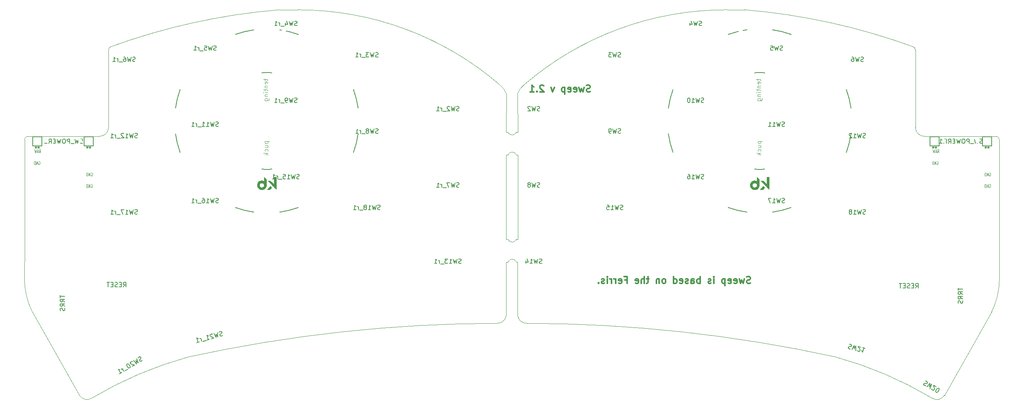
<source format=gbo>
%TF.GenerationSoftware,KiCad,Pcbnew,(6.0.4)*%
%TF.CreationDate,2022-04-16T22:52:17+02:00*%
%TF.ProjectId,sweepv2.1-julien,73776565-7076-4322-9e31-2d6a756c6965,rev?*%
%TF.SameCoordinates,Original*%
%TF.FileFunction,Legend,Bot*%
%TF.FilePolarity,Positive*%
%FSLAX46Y46*%
G04 Gerber Fmt 4.6, Leading zero omitted, Abs format (unit mm)*
G04 Created by KiCad (PCBNEW (6.0.4)) date 2022-04-16 22:52:17*
%MOMM*%
%LPD*%
G01*
G04 APERTURE LIST*
%TA.AperFunction,Profile*%
%ADD10C,0.050000*%
%TD*%
%ADD11C,0.300000*%
%ADD12C,0.125000*%
%ADD13C,0.150000*%
%ADD14C,0.100000*%
%ADD15C,0.200000*%
%ADD16C,0.010000*%
%ADD17C,1.524000*%
%ADD18C,0.800000*%
%ADD19O,2.000000X1.600000*%
%ADD20C,1.701800*%
%ADD21C,0.990600*%
%ADD22C,3.429000*%
%ADD23C,2.032000*%
%ADD24C,0.500000*%
%ADD25C,4.400000*%
%ADD26C,1.397000*%
%ADD27C,1.000000*%
%ADD28R,0.900000X0.900000*%
%ADD29R,0.900000X1.250000*%
G04 APERTURE END LIST*
D10*
X131508500Y-77724000D02*
X131506000Y-89547024D01*
X219998001Y-47763999D02*
X219998045Y-30439419D01*
X223714000Y-108050000D02*
G75*
G03*
X226446000Y-107451265I1070000J1650000D01*
G01*
X219998002Y-47763999D02*
G75*
G03*
X222033002Y-49694917I1999998J69999D01*
G01*
X219563295Y-29758875D02*
G75*
G03*
X182067777Y-21502679I-49442795J-135273425D01*
G01*
X178120389Y-21508122D02*
G75*
G03*
X132892692Y-38264646I-253989J-68729978D01*
G01*
X238688000Y-50442000D02*
G75*
G03*
X237938000Y-49692000I-750000J0D01*
G01*
X132893000Y-38265000D02*
G75*
G03*
X131466055Y-40278702I2445000J-3245000D01*
G01*
X131506294Y-89547021D02*
G75*
G03*
X133544000Y-91383119I1978006J146421D01*
G01*
X219998002Y-30439419D02*
G75*
G03*
X219563290Y-29758889I-750002J19D01*
G01*
X223714000Y-108050000D02*
G75*
G03*
X202185134Y-98863946I-44316000J-74040000D01*
G01*
X222033002Y-49694917D02*
X237938000Y-49692000D01*
X202185136Y-98863939D02*
G75*
G03*
X133544000Y-91383119I-69219136J-316475461D01*
G01*
X238688000Y-58420000D02*
X238688000Y-66548000D01*
X236953304Y-88858150D02*
X226446000Y-107451265D01*
X236953327Y-88858162D02*
G75*
G03*
X238700000Y-81534000I-15027227J7454062D01*
G01*
X182067777Y-21502679D02*
X178120389Y-21508139D01*
X238688000Y-50442000D02*
X238688000Y-58420000D01*
X131466055Y-40278702D02*
X131572000Y-48768000D01*
X129349500Y-48768000D02*
X128960000Y-48768000D01*
X238688000Y-66548000D02*
X238688000Y-75438000D01*
X238688000Y-75438000D02*
X238700000Y-81534000D01*
X129349500Y-72644000D02*
X128960000Y-72644000D01*
X129349500Y-53848000D02*
X128960000Y-53848000D01*
X129349500Y-77724000D02*
X128960000Y-77724000D01*
X131572000Y-53848000D02*
X131572000Y-72644000D01*
X78412223Y-21502679D02*
X82613611Y-21508139D01*
X21792000Y-50442000D02*
X21792000Y-58420000D01*
X128960000Y-77724000D02*
X128975507Y-89545022D01*
X129013945Y-40278702D02*
G75*
G03*
X127587000Y-38265000I-3871945J-1231298D01*
G01*
X126936000Y-91383122D02*
G75*
G03*
X128975507Y-89545022I59500J1984522D01*
G01*
X40481999Y-47763999D02*
X40481955Y-30439419D01*
X21792000Y-66548000D02*
X21792000Y-73914000D01*
X23526696Y-88858150D02*
X34034000Y-107451265D01*
X38446998Y-49694918D02*
G75*
G03*
X40481999Y-47763999I35002J2000918D01*
G01*
X78412223Y-21502678D02*
G75*
G03*
X40916710Y-29758889I11947327J-143529582D01*
G01*
X126936000Y-91383119D02*
G75*
G03*
X58294866Y-98863946I578050J-323956411D01*
G01*
X21779999Y-81534000D02*
G75*
G03*
X23526696Y-88858150I16773851J129950D01*
G01*
X22542000Y-49692000D02*
G75*
G03*
X21792000Y-50442000I0J-750000D01*
G01*
X38446998Y-49694917D02*
X22542000Y-49692000D01*
X21792000Y-58420000D02*
X21792000Y-66548000D01*
X40916692Y-29758850D02*
G75*
G03*
X40481955Y-30439419I315308J-680550D01*
G01*
X34034000Y-107451265D02*
G75*
G03*
X36766000Y-108050000I1662000J1051265D01*
G01*
X127586989Y-38265013D02*
G75*
G03*
X82613611Y-21508139I-44973389J-51973087D01*
G01*
X58294866Y-98863946D02*
G75*
G03*
X36766000Y-108050000I22787134J-83226054D01*
G01*
X21792000Y-73914000D02*
X21780000Y-81534000D01*
X128960000Y-53848000D02*
X128960000Y-72644000D01*
X129013945Y-40278702D02*
X128960000Y-48768000D01*
X131572000Y-72644000D02*
X131254500Y-72644000D01*
X129349501Y-48767999D02*
G75*
G03*
X131254499Y-48768000I952499J380999D01*
G01*
X131254499Y-77724001D02*
G75*
G03*
X129349501Y-77724000I-952499J-380999D01*
G01*
X131254499Y-53848001D02*
G75*
G03*
X129349501Y-53848000I-952499J-380999D01*
G01*
X131572000Y-48768000D02*
X131254500Y-48768000D01*
X129349501Y-72643999D02*
G75*
G03*
X131254499Y-72644000I952499J380999D01*
G01*
X131508500Y-77724000D02*
X131254500Y-77724000D01*
X131572000Y-53848000D02*
X131254500Y-53848000D01*
D11*
X147648571Y-39723142D02*
X147434285Y-39794571D01*
X147077142Y-39794571D01*
X146934285Y-39723142D01*
X146862857Y-39651714D01*
X146791428Y-39508857D01*
X146791428Y-39366000D01*
X146862857Y-39223142D01*
X146934285Y-39151714D01*
X147077142Y-39080285D01*
X147362857Y-39008857D01*
X147505714Y-38937428D01*
X147577142Y-38866000D01*
X147648571Y-38723142D01*
X147648571Y-38580285D01*
X147577142Y-38437428D01*
X147505714Y-38366000D01*
X147362857Y-38294571D01*
X147005714Y-38294571D01*
X146791428Y-38366000D01*
X146291428Y-38794571D02*
X146005714Y-39794571D01*
X145720000Y-39080285D01*
X145434285Y-39794571D01*
X145148571Y-38794571D01*
X144005714Y-39723142D02*
X144148571Y-39794571D01*
X144434285Y-39794571D01*
X144577142Y-39723142D01*
X144648571Y-39580285D01*
X144648571Y-39008857D01*
X144577142Y-38866000D01*
X144434285Y-38794571D01*
X144148571Y-38794571D01*
X144005714Y-38866000D01*
X143934285Y-39008857D01*
X143934285Y-39151714D01*
X144648571Y-39294571D01*
X142720000Y-39723142D02*
X142862857Y-39794571D01*
X143148571Y-39794571D01*
X143291428Y-39723142D01*
X143362857Y-39580285D01*
X143362857Y-39008857D01*
X143291428Y-38866000D01*
X143148571Y-38794571D01*
X142862857Y-38794571D01*
X142720000Y-38866000D01*
X142648571Y-39008857D01*
X142648571Y-39151714D01*
X143362857Y-39294571D01*
X142005714Y-38794571D02*
X142005714Y-40294571D01*
X142005714Y-38866000D02*
X141862857Y-38794571D01*
X141577142Y-38794571D01*
X141434285Y-38866000D01*
X141362857Y-38937428D01*
X141291428Y-39080285D01*
X141291428Y-39508857D01*
X141362857Y-39651714D01*
X141434285Y-39723142D01*
X141577142Y-39794571D01*
X141862857Y-39794571D01*
X142005714Y-39723142D01*
X139648571Y-38794571D02*
X139291428Y-39794571D01*
X138934285Y-38794571D01*
X137291428Y-38437428D02*
X137220000Y-38366000D01*
X137077142Y-38294571D01*
X136720000Y-38294571D01*
X136577142Y-38366000D01*
X136505714Y-38437428D01*
X136434285Y-38580285D01*
X136434285Y-38723142D01*
X136505714Y-38937428D01*
X137362857Y-39794571D01*
X136434285Y-39794571D01*
X135791428Y-39651714D02*
X135720000Y-39723142D01*
X135791428Y-39794571D01*
X135862857Y-39723142D01*
X135791428Y-39651714D01*
X135791428Y-39794571D01*
X134291428Y-39794571D02*
X135148571Y-39794571D01*
X134720000Y-39794571D02*
X134720000Y-38294571D01*
X134862857Y-38508857D01*
X135005714Y-38651714D01*
X135148571Y-38723142D01*
X183298571Y-82395142D02*
X183084285Y-82466571D01*
X182727142Y-82466571D01*
X182584285Y-82395142D01*
X182512857Y-82323714D01*
X182441428Y-82180857D01*
X182441428Y-82038000D01*
X182512857Y-81895142D01*
X182584285Y-81823714D01*
X182727142Y-81752285D01*
X183012857Y-81680857D01*
X183155714Y-81609428D01*
X183227142Y-81538000D01*
X183298571Y-81395142D01*
X183298571Y-81252285D01*
X183227142Y-81109428D01*
X183155714Y-81038000D01*
X183012857Y-80966571D01*
X182655714Y-80966571D01*
X182441428Y-81038000D01*
X181941428Y-81466571D02*
X181655714Y-82466571D01*
X181370000Y-81752285D01*
X181084285Y-82466571D01*
X180798571Y-81466571D01*
X179655714Y-82395142D02*
X179798571Y-82466571D01*
X180084285Y-82466571D01*
X180227142Y-82395142D01*
X180298571Y-82252285D01*
X180298571Y-81680857D01*
X180227142Y-81538000D01*
X180084285Y-81466571D01*
X179798571Y-81466571D01*
X179655714Y-81538000D01*
X179584285Y-81680857D01*
X179584285Y-81823714D01*
X180298571Y-81966571D01*
X178370000Y-82395142D02*
X178512857Y-82466571D01*
X178798571Y-82466571D01*
X178941428Y-82395142D01*
X179012857Y-82252285D01*
X179012857Y-81680857D01*
X178941428Y-81538000D01*
X178798571Y-81466571D01*
X178512857Y-81466571D01*
X178370000Y-81538000D01*
X178298571Y-81680857D01*
X178298571Y-81823714D01*
X179012857Y-81966571D01*
X177655714Y-81466571D02*
X177655714Y-82966571D01*
X177655714Y-81538000D02*
X177512857Y-81466571D01*
X177227142Y-81466571D01*
X177084285Y-81538000D01*
X177012857Y-81609428D01*
X176941428Y-81752285D01*
X176941428Y-82180857D01*
X177012857Y-82323714D01*
X177084285Y-82395142D01*
X177227142Y-82466571D01*
X177512857Y-82466571D01*
X177655714Y-82395142D01*
X175155714Y-82466571D02*
X175155714Y-81466571D01*
X175155714Y-80966571D02*
X175227142Y-81038000D01*
X175155714Y-81109428D01*
X175084285Y-81038000D01*
X175155714Y-80966571D01*
X175155714Y-81109428D01*
X174512857Y-82395142D02*
X174370000Y-82466571D01*
X174084285Y-82466571D01*
X173941428Y-82395142D01*
X173870000Y-82252285D01*
X173870000Y-82180857D01*
X173941428Y-82038000D01*
X174084285Y-81966571D01*
X174298571Y-81966571D01*
X174441428Y-81895142D01*
X174512857Y-81752285D01*
X174512857Y-81680857D01*
X174441428Y-81538000D01*
X174298571Y-81466571D01*
X174084285Y-81466571D01*
X173941428Y-81538000D01*
X172084285Y-82466571D02*
X172084285Y-80966571D01*
X172084285Y-81538000D02*
X171941428Y-81466571D01*
X171655714Y-81466571D01*
X171512857Y-81538000D01*
X171441428Y-81609428D01*
X171370000Y-81752285D01*
X171370000Y-82180857D01*
X171441428Y-82323714D01*
X171512857Y-82395142D01*
X171655714Y-82466571D01*
X171941428Y-82466571D01*
X172084285Y-82395142D01*
X170084285Y-82466571D02*
X170084285Y-81680857D01*
X170155714Y-81538000D01*
X170298571Y-81466571D01*
X170584285Y-81466571D01*
X170727142Y-81538000D01*
X170084285Y-82395142D02*
X170227142Y-82466571D01*
X170584285Y-82466571D01*
X170727142Y-82395142D01*
X170798571Y-82252285D01*
X170798571Y-82109428D01*
X170727142Y-81966571D01*
X170584285Y-81895142D01*
X170227142Y-81895142D01*
X170084285Y-81823714D01*
X169441428Y-82395142D02*
X169298571Y-82466571D01*
X169012857Y-82466571D01*
X168870000Y-82395142D01*
X168798571Y-82252285D01*
X168798571Y-82180857D01*
X168870000Y-82038000D01*
X169012857Y-81966571D01*
X169227142Y-81966571D01*
X169370000Y-81895142D01*
X169441428Y-81752285D01*
X169441428Y-81680857D01*
X169370000Y-81538000D01*
X169227142Y-81466571D01*
X169012857Y-81466571D01*
X168870000Y-81538000D01*
X167584285Y-82395142D02*
X167727142Y-82466571D01*
X168012857Y-82466571D01*
X168155714Y-82395142D01*
X168227142Y-82252285D01*
X168227142Y-81680857D01*
X168155714Y-81538000D01*
X168012857Y-81466571D01*
X167727142Y-81466571D01*
X167584285Y-81538000D01*
X167512857Y-81680857D01*
X167512857Y-81823714D01*
X168227142Y-81966571D01*
X166227142Y-82466571D02*
X166227142Y-80966571D01*
X166227142Y-82395142D02*
X166370000Y-82466571D01*
X166655714Y-82466571D01*
X166798571Y-82395142D01*
X166870000Y-82323714D01*
X166941428Y-82180857D01*
X166941428Y-81752285D01*
X166870000Y-81609428D01*
X166798571Y-81538000D01*
X166655714Y-81466571D01*
X166370000Y-81466571D01*
X166227142Y-81538000D01*
X164155714Y-82466571D02*
X164298571Y-82395142D01*
X164370000Y-82323714D01*
X164441428Y-82180857D01*
X164441428Y-81752285D01*
X164370000Y-81609428D01*
X164298571Y-81538000D01*
X164155714Y-81466571D01*
X163941428Y-81466571D01*
X163798571Y-81538000D01*
X163727142Y-81609428D01*
X163655714Y-81752285D01*
X163655714Y-82180857D01*
X163727142Y-82323714D01*
X163798571Y-82395142D01*
X163941428Y-82466571D01*
X164155714Y-82466571D01*
X163012857Y-81466571D02*
X163012857Y-82466571D01*
X163012857Y-81609428D02*
X162941428Y-81538000D01*
X162798571Y-81466571D01*
X162584285Y-81466571D01*
X162441428Y-81538000D01*
X162370000Y-81680857D01*
X162370000Y-82466571D01*
X160727142Y-81466571D02*
X160155714Y-81466571D01*
X160512857Y-80966571D02*
X160512857Y-82252285D01*
X160441428Y-82395142D01*
X160298571Y-82466571D01*
X160155714Y-82466571D01*
X159655714Y-82466571D02*
X159655714Y-80966571D01*
X159012857Y-82466571D02*
X159012857Y-81680857D01*
X159084285Y-81538000D01*
X159227142Y-81466571D01*
X159441428Y-81466571D01*
X159584285Y-81538000D01*
X159655714Y-81609428D01*
X157727142Y-82395142D02*
X157870000Y-82466571D01*
X158155714Y-82466571D01*
X158298571Y-82395142D01*
X158370000Y-82252285D01*
X158370000Y-81680857D01*
X158298571Y-81538000D01*
X158155714Y-81466571D01*
X157870000Y-81466571D01*
X157727142Y-81538000D01*
X157655714Y-81680857D01*
X157655714Y-81823714D01*
X158370000Y-81966571D01*
X155370000Y-81680857D02*
X155870000Y-81680857D01*
X155870000Y-82466571D02*
X155870000Y-80966571D01*
X155155714Y-80966571D01*
X154012857Y-82395142D02*
X154155714Y-82466571D01*
X154441428Y-82466571D01*
X154584285Y-82395142D01*
X154655714Y-82252285D01*
X154655714Y-81680857D01*
X154584285Y-81538000D01*
X154441428Y-81466571D01*
X154155714Y-81466571D01*
X154012857Y-81538000D01*
X153941428Y-81680857D01*
X153941428Y-81823714D01*
X154655714Y-81966571D01*
X153298571Y-82466571D02*
X153298571Y-81466571D01*
X153298571Y-81752285D02*
X153227142Y-81609428D01*
X153155714Y-81538000D01*
X153012857Y-81466571D01*
X152870000Y-81466571D01*
X152370000Y-82466571D02*
X152370000Y-81466571D01*
X152370000Y-81752285D02*
X152298571Y-81609428D01*
X152227142Y-81538000D01*
X152084285Y-81466571D01*
X151941428Y-81466571D01*
X151441428Y-82466571D02*
X151441428Y-81466571D01*
X151441428Y-80966571D02*
X151512857Y-81038000D01*
X151441428Y-81109428D01*
X151370000Y-81038000D01*
X151441428Y-80966571D01*
X151441428Y-81109428D01*
X150798571Y-82395142D02*
X150655714Y-82466571D01*
X150370000Y-82466571D01*
X150227142Y-82395142D01*
X150155714Y-82252285D01*
X150155714Y-82180857D01*
X150227142Y-82038000D01*
X150370000Y-81966571D01*
X150584285Y-81966571D01*
X150727142Y-81895142D01*
X150798571Y-81752285D01*
X150798571Y-81680857D01*
X150727142Y-81538000D01*
X150584285Y-81466571D01*
X150370000Y-81466571D01*
X150227142Y-81538000D01*
X149512857Y-82323714D02*
X149441428Y-82395142D01*
X149512857Y-82466571D01*
X149584285Y-82395142D01*
X149512857Y-82323714D01*
X149512857Y-82466571D01*
D12*
%TO.C,U1*%
X224883238Y-53383285D02*
X225049904Y-53026142D01*
X225168952Y-53383285D02*
X225168952Y-52633285D01*
X224978476Y-52633285D01*
X224930857Y-52669000D01*
X224907047Y-52704714D01*
X224883238Y-52776142D01*
X224883238Y-52883285D01*
X224907047Y-52954714D01*
X224930857Y-52990428D01*
X224978476Y-53026142D01*
X225168952Y-53026142D01*
X224692761Y-53169000D02*
X224454666Y-53169000D01*
X224740380Y-53383285D02*
X224573714Y-52633285D01*
X224407047Y-53383285D01*
X224288000Y-52633285D02*
X224168952Y-53383285D01*
X224073714Y-52847571D01*
X223978476Y-53383285D01*
X223859428Y-52633285D01*
X224788952Y-55309000D02*
X224836571Y-55273285D01*
X224908000Y-55273285D01*
X224979428Y-55309000D01*
X225027047Y-55380428D01*
X225050857Y-55451857D01*
X225074666Y-55594714D01*
X225074666Y-55701857D01*
X225050857Y-55844714D01*
X225027047Y-55916142D01*
X224979428Y-55987571D01*
X224908000Y-56023285D01*
X224860380Y-56023285D01*
X224788952Y-55987571D01*
X224765142Y-55951857D01*
X224765142Y-55701857D01*
X224860380Y-55701857D01*
X224550857Y-56023285D02*
X224550857Y-55273285D01*
X224265142Y-56023285D01*
X224265142Y-55273285D01*
X224027047Y-56023285D02*
X224027047Y-55273285D01*
X223908000Y-55273285D01*
X223836571Y-55309000D01*
X223788952Y-55380428D01*
X223765142Y-55451857D01*
X223741333Y-55594714D01*
X223741333Y-55701857D01*
X223765142Y-55844714D01*
X223788952Y-55916142D01*
X223836571Y-55987571D01*
X223908000Y-56023285D01*
X224027047Y-56023285D01*
X236418952Y-60419000D02*
X236466571Y-60383285D01*
X236538000Y-60383285D01*
X236609428Y-60419000D01*
X236657047Y-60490428D01*
X236680857Y-60561857D01*
X236704666Y-60704714D01*
X236704666Y-60811857D01*
X236680857Y-60954714D01*
X236657047Y-61026142D01*
X236609428Y-61097571D01*
X236538000Y-61133285D01*
X236490380Y-61133285D01*
X236418952Y-61097571D01*
X236395142Y-61061857D01*
X236395142Y-60811857D01*
X236490380Y-60811857D01*
X236180857Y-61133285D02*
X236180857Y-60383285D01*
X235895142Y-61133285D01*
X235895142Y-60383285D01*
X235657047Y-61133285D02*
X235657047Y-60383285D01*
X235538000Y-60383285D01*
X235466571Y-60419000D01*
X235418952Y-60490428D01*
X235395142Y-60561857D01*
X235371333Y-60704714D01*
X235371333Y-60811857D01*
X235395142Y-60954714D01*
X235418952Y-61026142D01*
X235466571Y-61097571D01*
X235538000Y-61133285D01*
X235657047Y-61133285D01*
X236438952Y-57839000D02*
X236486571Y-57803285D01*
X236558000Y-57803285D01*
X236629428Y-57839000D01*
X236677047Y-57910428D01*
X236700857Y-57981857D01*
X236724666Y-58124714D01*
X236724666Y-58231857D01*
X236700857Y-58374714D01*
X236677047Y-58446142D01*
X236629428Y-58517571D01*
X236558000Y-58553285D01*
X236510380Y-58553285D01*
X236438952Y-58517571D01*
X236415142Y-58481857D01*
X236415142Y-58231857D01*
X236510380Y-58231857D01*
X236200857Y-58553285D02*
X236200857Y-57803285D01*
X235915142Y-58553285D01*
X235915142Y-57803285D01*
X235677047Y-58553285D02*
X235677047Y-57803285D01*
X235558000Y-57803285D01*
X235486571Y-57839000D01*
X235438952Y-57910428D01*
X235415142Y-57981857D01*
X235391333Y-58124714D01*
X235391333Y-58231857D01*
X235415142Y-58374714D01*
X235438952Y-58446142D01*
X235486571Y-58517571D01*
X235558000Y-58553285D01*
X235677047Y-58553285D01*
D13*
%TO.C,J2*%
X229512880Y-83464595D02*
X229512880Y-84036023D01*
X230512880Y-83750309D02*
X229512880Y-83750309D01*
X230512880Y-84940785D02*
X230036690Y-84607452D01*
X230512880Y-84369357D02*
X229512880Y-84369357D01*
X229512880Y-84750309D01*
X229560500Y-84845547D01*
X229608119Y-84893166D01*
X229703357Y-84940785D01*
X229846214Y-84940785D01*
X229941452Y-84893166D01*
X229989071Y-84845547D01*
X230036690Y-84750309D01*
X230036690Y-84369357D01*
X230512880Y-85940785D02*
X230036690Y-85607452D01*
X230512880Y-85369357D02*
X229512880Y-85369357D01*
X229512880Y-85750309D01*
X229560500Y-85845547D01*
X229608119Y-85893166D01*
X229703357Y-85940785D01*
X229846214Y-85940785D01*
X229941452Y-85893166D01*
X229989071Y-85845547D01*
X230036690Y-85750309D01*
X230036690Y-85369357D01*
X230465261Y-86321738D02*
X230512880Y-86464595D01*
X230512880Y-86702690D01*
X230465261Y-86797928D01*
X230417642Y-86845547D01*
X230322404Y-86893166D01*
X230227166Y-86893166D01*
X230131928Y-86845547D01*
X230084309Y-86797928D01*
X230036690Y-86702690D01*
X229989071Y-86512214D01*
X229941452Y-86416976D01*
X229893833Y-86369357D01*
X229798595Y-86321738D01*
X229703357Y-86321738D01*
X229608119Y-86369357D01*
X229560500Y-86416976D01*
X229512880Y-86512214D01*
X229512880Y-86750309D01*
X229560500Y-86893166D01*
%TO.C,SW16*%
X172905523Y-59120761D02*
X172762666Y-59168380D01*
X172524571Y-59168380D01*
X172429333Y-59120761D01*
X172381714Y-59073142D01*
X172334095Y-58977904D01*
X172334095Y-58882666D01*
X172381714Y-58787428D01*
X172429333Y-58739809D01*
X172524571Y-58692190D01*
X172715047Y-58644571D01*
X172810285Y-58596952D01*
X172857904Y-58549333D01*
X172905523Y-58454095D01*
X172905523Y-58358857D01*
X172857904Y-58263619D01*
X172810285Y-58216000D01*
X172715047Y-58168380D01*
X172476952Y-58168380D01*
X172334095Y-58216000D01*
X172000761Y-58168380D02*
X171762666Y-59168380D01*
X171572190Y-58454095D01*
X171381714Y-59168380D01*
X171143619Y-58168380D01*
X170238857Y-59168380D02*
X170810285Y-59168380D01*
X170524571Y-59168380D02*
X170524571Y-58168380D01*
X170619809Y-58311238D01*
X170715047Y-58406476D01*
X170810285Y-58454095D01*
X169381714Y-58168380D02*
X169572190Y-58168380D01*
X169667428Y-58216000D01*
X169715047Y-58263619D01*
X169810285Y-58406476D01*
X169857904Y-58596952D01*
X169857904Y-58977904D01*
X169810285Y-59073142D01*
X169762666Y-59120761D01*
X169667428Y-59168380D01*
X169476952Y-59168380D01*
X169381714Y-59120761D01*
X169334095Y-59073142D01*
X169286476Y-58977904D01*
X169286476Y-58739809D01*
X169334095Y-58644571D01*
X169381714Y-58596952D01*
X169476952Y-58549333D01*
X169667428Y-58549333D01*
X169762666Y-58596952D01*
X169810285Y-58644571D01*
X169857904Y-58739809D01*
%TO.C,SW20*%
X222243568Y-104229651D02*
X222391095Y-104259840D01*
X222597292Y-104378887D01*
X222655961Y-104467746D01*
X222673391Y-104532795D01*
X222667011Y-104639083D01*
X222619392Y-104721561D01*
X222530534Y-104780230D01*
X222465485Y-104797660D01*
X222359197Y-104791280D01*
X222170430Y-104737282D01*
X222064142Y-104730902D01*
X221999093Y-104748332D01*
X221910235Y-104807001D01*
X221862615Y-104889479D01*
X221856236Y-104995768D01*
X221873666Y-105060816D01*
X221932335Y-105149675D01*
X222138531Y-105268722D01*
X222286059Y-105298912D01*
X222550924Y-105506818D02*
X223257121Y-104759840D01*
X223064935Y-105473667D01*
X223587035Y-104950316D01*
X223293232Y-105935389D01*
X223629526Y-106019577D02*
X223646956Y-106084626D01*
X223705625Y-106173484D01*
X223911821Y-106292532D01*
X224018109Y-106298912D01*
X224083158Y-106281482D01*
X224172017Y-106222813D01*
X224219636Y-106140334D01*
X224249825Y-105992807D01*
X224040668Y-105212221D01*
X224576778Y-105521745D01*
X224612889Y-106697294D02*
X224695368Y-106744913D01*
X224801656Y-106751293D01*
X224866705Y-106733863D01*
X224955563Y-106675194D01*
X225092041Y-106534046D01*
X225211088Y-106327849D01*
X225265087Y-106139083D01*
X225271467Y-106032795D01*
X225254037Y-105967746D01*
X225195368Y-105878887D01*
X225112889Y-105831268D01*
X225006601Y-105824889D01*
X224941552Y-105842318D01*
X224852694Y-105900987D01*
X224716217Y-106042135D01*
X224597169Y-106248332D01*
X224543170Y-106437098D01*
X224536791Y-106543387D01*
X224554220Y-106608435D01*
X224612889Y-106697294D01*
%TO.C,SW15*%
X154905523Y-65978761D02*
X154762666Y-66026380D01*
X154524571Y-66026380D01*
X154429333Y-65978761D01*
X154381714Y-65931142D01*
X154334095Y-65835904D01*
X154334095Y-65740666D01*
X154381714Y-65645428D01*
X154429333Y-65597809D01*
X154524571Y-65550190D01*
X154715047Y-65502571D01*
X154810285Y-65454952D01*
X154857904Y-65407333D01*
X154905523Y-65312095D01*
X154905523Y-65216857D01*
X154857904Y-65121619D01*
X154810285Y-65074000D01*
X154715047Y-65026380D01*
X154476952Y-65026380D01*
X154334095Y-65074000D01*
X154000761Y-65026380D02*
X153762666Y-66026380D01*
X153572190Y-65312095D01*
X153381714Y-66026380D01*
X153143619Y-65026380D01*
X152238857Y-66026380D02*
X152810285Y-66026380D01*
X152524571Y-66026380D02*
X152524571Y-65026380D01*
X152619809Y-65169238D01*
X152715047Y-65264476D01*
X152810285Y-65312095D01*
X151334095Y-65026380D02*
X151810285Y-65026380D01*
X151857904Y-65502571D01*
X151810285Y-65454952D01*
X151715047Y-65407333D01*
X151476952Y-65407333D01*
X151381714Y-65454952D01*
X151334095Y-65502571D01*
X151286476Y-65597809D01*
X151286476Y-65835904D01*
X151334095Y-65931142D01*
X151381714Y-65978761D01*
X151476952Y-66026380D01*
X151715047Y-66026380D01*
X151810285Y-65978761D01*
X151857904Y-65931142D01*
%TO.C,SW21*%
X205279550Y-96057038D02*
X205429864Y-96048016D01*
X205659846Y-96109640D01*
X205739514Y-96180285D01*
X205773186Y-96238607D01*
X205794533Y-96342924D01*
X205769884Y-96434917D01*
X205699238Y-96514585D01*
X205640917Y-96548257D01*
X205536599Y-96569604D01*
X205340289Y-96566302D01*
X205235971Y-96587649D01*
X205177650Y-96621321D01*
X205107004Y-96700989D01*
X205082354Y-96792982D01*
X205103701Y-96897299D01*
X205137373Y-96955621D01*
X205217041Y-97026267D01*
X205447024Y-97087890D01*
X205597338Y-97078868D01*
X205906988Y-97211137D02*
X206395790Y-96306835D01*
X206394905Y-97046081D01*
X206763761Y-96405433D01*
X206734925Y-97432982D01*
X207081550Y-97427262D02*
X207115221Y-97485583D01*
X207194889Y-97556229D01*
X207424872Y-97617853D01*
X207529189Y-97596506D01*
X207587511Y-97562834D01*
X207658157Y-97483166D01*
X207682806Y-97391173D01*
X207673784Y-97240859D01*
X207269723Y-96541005D01*
X207867677Y-96701226D01*
X208787606Y-96947720D02*
X208235648Y-96799824D01*
X208511627Y-96873772D02*
X208252808Y-97839698D01*
X208197789Y-97677059D01*
X208130446Y-97560417D01*
X208050778Y-97489771D01*
%TO.C,SW17*%
X190905523Y-64454761D02*
X190762666Y-64502380D01*
X190524571Y-64502380D01*
X190429333Y-64454761D01*
X190381714Y-64407142D01*
X190334095Y-64311904D01*
X190334095Y-64216666D01*
X190381714Y-64121428D01*
X190429333Y-64073809D01*
X190524571Y-64026190D01*
X190715047Y-63978571D01*
X190810285Y-63930952D01*
X190857904Y-63883333D01*
X190905523Y-63788095D01*
X190905523Y-63692857D01*
X190857904Y-63597619D01*
X190810285Y-63550000D01*
X190715047Y-63502380D01*
X190476952Y-63502380D01*
X190334095Y-63550000D01*
X190000761Y-63502380D02*
X189762666Y-64502380D01*
X189572190Y-63788095D01*
X189381714Y-64502380D01*
X189143619Y-63502380D01*
X188238857Y-64502380D02*
X188810285Y-64502380D01*
X188524571Y-64502380D02*
X188524571Y-63502380D01*
X188619809Y-63645238D01*
X188715047Y-63740476D01*
X188810285Y-63788095D01*
X187905523Y-63502380D02*
X187238857Y-63502380D01*
X187667428Y-64502380D01*
%TO.C,SW18*%
X208885523Y-66994761D02*
X208742666Y-67042380D01*
X208504571Y-67042380D01*
X208409333Y-66994761D01*
X208361714Y-66947142D01*
X208314095Y-66851904D01*
X208314095Y-66756666D01*
X208361714Y-66661428D01*
X208409333Y-66613809D01*
X208504571Y-66566190D01*
X208695047Y-66518571D01*
X208790285Y-66470952D01*
X208837904Y-66423333D01*
X208885523Y-66328095D01*
X208885523Y-66232857D01*
X208837904Y-66137619D01*
X208790285Y-66090000D01*
X208695047Y-66042380D01*
X208456952Y-66042380D01*
X208314095Y-66090000D01*
X207980761Y-66042380D02*
X207742666Y-67042380D01*
X207552190Y-66328095D01*
X207361714Y-67042380D01*
X207123619Y-66042380D01*
X206218857Y-67042380D02*
X206790285Y-67042380D01*
X206504571Y-67042380D02*
X206504571Y-66042380D01*
X206599809Y-66185238D01*
X206695047Y-66280476D01*
X206790285Y-66328095D01*
X205647428Y-66470952D02*
X205742666Y-66423333D01*
X205790285Y-66375714D01*
X205837904Y-66280476D01*
X205837904Y-66232857D01*
X205790285Y-66137619D01*
X205742666Y-66090000D01*
X205647428Y-66042380D01*
X205456952Y-66042380D01*
X205361714Y-66090000D01*
X205314095Y-66137619D01*
X205266476Y-66232857D01*
X205266476Y-66280476D01*
X205314095Y-66375714D01*
X205361714Y-66423333D01*
X205456952Y-66470952D01*
X205647428Y-66470952D01*
X205742666Y-66518571D01*
X205790285Y-66566190D01*
X205837904Y-66661428D01*
X205837904Y-66851904D01*
X205790285Y-66947142D01*
X205742666Y-66994761D01*
X205647428Y-67042380D01*
X205456952Y-67042380D01*
X205361714Y-66994761D01*
X205314095Y-66947142D01*
X205266476Y-66851904D01*
X205266476Y-66661428D01*
X205314095Y-66566190D01*
X205361714Y-66518571D01*
X205456952Y-66470952D01*
%TO.C,SW4*%
X172429333Y-24986761D02*
X172286476Y-25034380D01*
X172048380Y-25034380D01*
X171953142Y-24986761D01*
X171905523Y-24939142D01*
X171857904Y-24843904D01*
X171857904Y-24748666D01*
X171905523Y-24653428D01*
X171953142Y-24605809D01*
X172048380Y-24558190D01*
X172238857Y-24510571D01*
X172334095Y-24462952D01*
X172381714Y-24415333D01*
X172429333Y-24320095D01*
X172429333Y-24224857D01*
X172381714Y-24129619D01*
X172334095Y-24082000D01*
X172238857Y-24034380D01*
X172000761Y-24034380D01*
X171857904Y-24082000D01*
X171524571Y-24034380D02*
X171286476Y-25034380D01*
X171096000Y-24320095D01*
X170905523Y-25034380D01*
X170667428Y-24034380D01*
X169857904Y-24367714D02*
X169857904Y-25034380D01*
X170096000Y-23986761D02*
X170334095Y-24701047D01*
X169715047Y-24701047D01*
%TO.C,SW3*%
X154429333Y-31986761D02*
X154286476Y-32034380D01*
X154048380Y-32034380D01*
X153953142Y-31986761D01*
X153905523Y-31939142D01*
X153857904Y-31843904D01*
X153857904Y-31748666D01*
X153905523Y-31653428D01*
X153953142Y-31605809D01*
X154048380Y-31558190D01*
X154238857Y-31510571D01*
X154334095Y-31462952D01*
X154381714Y-31415333D01*
X154429333Y-31320095D01*
X154429333Y-31224857D01*
X154381714Y-31129619D01*
X154334095Y-31082000D01*
X154238857Y-31034380D01*
X154000761Y-31034380D01*
X153857904Y-31082000D01*
X153524571Y-31034380D02*
X153286476Y-32034380D01*
X153096000Y-31320095D01*
X152905523Y-32034380D01*
X152667428Y-31034380D01*
X152381714Y-31034380D02*
X151762666Y-31034380D01*
X152096000Y-31415333D01*
X151953142Y-31415333D01*
X151857904Y-31462952D01*
X151810285Y-31510571D01*
X151762666Y-31605809D01*
X151762666Y-31843904D01*
X151810285Y-31939142D01*
X151857904Y-31986761D01*
X151953142Y-32034380D01*
X152238857Y-32034380D01*
X152334095Y-31986761D01*
X152381714Y-31939142D01*
%TO.C,SW9*%
X154429333Y-48960761D02*
X154286476Y-49008380D01*
X154048380Y-49008380D01*
X153953142Y-48960761D01*
X153905523Y-48913142D01*
X153857904Y-48817904D01*
X153857904Y-48722666D01*
X153905523Y-48627428D01*
X153953142Y-48579809D01*
X154048380Y-48532190D01*
X154238857Y-48484571D01*
X154334095Y-48436952D01*
X154381714Y-48389333D01*
X154429333Y-48294095D01*
X154429333Y-48198857D01*
X154381714Y-48103619D01*
X154334095Y-48056000D01*
X154238857Y-48008380D01*
X154000761Y-48008380D01*
X153857904Y-48056000D01*
X153524571Y-48008380D02*
X153286476Y-49008380D01*
X153096000Y-48294095D01*
X152905523Y-49008380D01*
X152667428Y-48008380D01*
X152238857Y-49008380D02*
X152048380Y-49008380D01*
X151953142Y-48960761D01*
X151905523Y-48913142D01*
X151810285Y-48770285D01*
X151762666Y-48579809D01*
X151762666Y-48198857D01*
X151810285Y-48103619D01*
X151857904Y-48056000D01*
X151953142Y-48008380D01*
X152143619Y-48008380D01*
X152238857Y-48056000D01*
X152286476Y-48103619D01*
X152334095Y-48198857D01*
X152334095Y-48436952D01*
X152286476Y-48532190D01*
X152238857Y-48579809D01*
X152143619Y-48627428D01*
X151953142Y-48627428D01*
X151857904Y-48579809D01*
X151810285Y-48532190D01*
X151762666Y-48436952D01*
%TO.C,SW14*%
X136905523Y-77986761D02*
X136762666Y-78034380D01*
X136524571Y-78034380D01*
X136429333Y-77986761D01*
X136381714Y-77939142D01*
X136334095Y-77843904D01*
X136334095Y-77748666D01*
X136381714Y-77653428D01*
X136429333Y-77605809D01*
X136524571Y-77558190D01*
X136715047Y-77510571D01*
X136810285Y-77462952D01*
X136857904Y-77415333D01*
X136905523Y-77320095D01*
X136905523Y-77224857D01*
X136857904Y-77129619D01*
X136810285Y-77082000D01*
X136715047Y-77034380D01*
X136476952Y-77034380D01*
X136334095Y-77082000D01*
X136000761Y-77034380D02*
X135762666Y-78034380D01*
X135572190Y-77320095D01*
X135381714Y-78034380D01*
X135143619Y-77034380D01*
X134238857Y-78034380D02*
X134810285Y-78034380D01*
X134524571Y-78034380D02*
X134524571Y-77034380D01*
X134619809Y-77177238D01*
X134715047Y-77272476D01*
X134810285Y-77320095D01*
X133381714Y-77367714D02*
X133381714Y-78034380D01*
X133619809Y-76986761D02*
X133857904Y-77701047D01*
X133238857Y-77701047D01*
%TO.C,SW12*%
X208885523Y-49976761D02*
X208742666Y-50024380D01*
X208504571Y-50024380D01*
X208409333Y-49976761D01*
X208361714Y-49929142D01*
X208314095Y-49833904D01*
X208314095Y-49738666D01*
X208361714Y-49643428D01*
X208409333Y-49595809D01*
X208504571Y-49548190D01*
X208695047Y-49500571D01*
X208790285Y-49452952D01*
X208837904Y-49405333D01*
X208885523Y-49310095D01*
X208885523Y-49214857D01*
X208837904Y-49119619D01*
X208790285Y-49072000D01*
X208695047Y-49024380D01*
X208456952Y-49024380D01*
X208314095Y-49072000D01*
X207980761Y-49024380D02*
X207742666Y-50024380D01*
X207552190Y-49310095D01*
X207361714Y-50024380D01*
X207123619Y-49024380D01*
X206218857Y-50024380D02*
X206790285Y-50024380D01*
X206504571Y-50024380D02*
X206504571Y-49024380D01*
X206599809Y-49167238D01*
X206695047Y-49262476D01*
X206790285Y-49310095D01*
X205837904Y-49119619D02*
X205790285Y-49072000D01*
X205695047Y-49024380D01*
X205456952Y-49024380D01*
X205361714Y-49072000D01*
X205314095Y-49119619D01*
X205266476Y-49214857D01*
X205266476Y-49310095D01*
X205314095Y-49452952D01*
X205885523Y-50024380D01*
X205266476Y-50024380D01*
%TO.C,SW11*%
X190905523Y-47436761D02*
X190762666Y-47484380D01*
X190524571Y-47484380D01*
X190429333Y-47436761D01*
X190381714Y-47389142D01*
X190334095Y-47293904D01*
X190334095Y-47198666D01*
X190381714Y-47103428D01*
X190429333Y-47055809D01*
X190524571Y-47008190D01*
X190715047Y-46960571D01*
X190810285Y-46912952D01*
X190857904Y-46865333D01*
X190905523Y-46770095D01*
X190905523Y-46674857D01*
X190857904Y-46579619D01*
X190810285Y-46532000D01*
X190715047Y-46484380D01*
X190476952Y-46484380D01*
X190334095Y-46532000D01*
X190000761Y-46484380D02*
X189762666Y-47484380D01*
X189572190Y-46770095D01*
X189381714Y-47484380D01*
X189143619Y-46484380D01*
X188238857Y-47484380D02*
X188810285Y-47484380D01*
X188524571Y-47484380D02*
X188524571Y-46484380D01*
X188619809Y-46627238D01*
X188715047Y-46722476D01*
X188810285Y-46770095D01*
X187286476Y-47484380D02*
X187857904Y-47484380D01*
X187572190Y-47484380D02*
X187572190Y-46484380D01*
X187667428Y-46627238D01*
X187762666Y-46722476D01*
X187857904Y-46770095D01*
%TO.C,SW8*%
X136429333Y-60986761D02*
X136286476Y-61034380D01*
X136048380Y-61034380D01*
X135953142Y-60986761D01*
X135905523Y-60939142D01*
X135857904Y-60843904D01*
X135857904Y-60748666D01*
X135905523Y-60653428D01*
X135953142Y-60605809D01*
X136048380Y-60558190D01*
X136238857Y-60510571D01*
X136334095Y-60462952D01*
X136381714Y-60415333D01*
X136429333Y-60320095D01*
X136429333Y-60224857D01*
X136381714Y-60129619D01*
X136334095Y-60082000D01*
X136238857Y-60034380D01*
X136000761Y-60034380D01*
X135857904Y-60082000D01*
X135524571Y-60034380D02*
X135286476Y-61034380D01*
X135096000Y-60320095D01*
X134905523Y-61034380D01*
X134667428Y-60034380D01*
X134143619Y-60462952D02*
X134238857Y-60415333D01*
X134286476Y-60367714D01*
X134334095Y-60272476D01*
X134334095Y-60224857D01*
X134286476Y-60129619D01*
X134238857Y-60082000D01*
X134143619Y-60034380D01*
X133953142Y-60034380D01*
X133857904Y-60082000D01*
X133810285Y-60129619D01*
X133762666Y-60224857D01*
X133762666Y-60272476D01*
X133810285Y-60367714D01*
X133857904Y-60415333D01*
X133953142Y-60462952D01*
X134143619Y-60462952D01*
X134238857Y-60510571D01*
X134286476Y-60558190D01*
X134334095Y-60653428D01*
X134334095Y-60843904D01*
X134286476Y-60939142D01*
X134238857Y-60986761D01*
X134143619Y-61034380D01*
X133953142Y-61034380D01*
X133857904Y-60986761D01*
X133810285Y-60939142D01*
X133762666Y-60843904D01*
X133762666Y-60653428D01*
X133810285Y-60558190D01*
X133857904Y-60510571D01*
X133953142Y-60462952D01*
%TO.C,SW6*%
X208429333Y-32986761D02*
X208286476Y-33034380D01*
X208048380Y-33034380D01*
X207953142Y-32986761D01*
X207905523Y-32939142D01*
X207857904Y-32843904D01*
X207857904Y-32748666D01*
X207905523Y-32653428D01*
X207953142Y-32605809D01*
X208048380Y-32558190D01*
X208238857Y-32510571D01*
X208334095Y-32462952D01*
X208381714Y-32415333D01*
X208429333Y-32320095D01*
X208429333Y-32224857D01*
X208381714Y-32129619D01*
X208334095Y-32082000D01*
X208238857Y-32034380D01*
X208000761Y-32034380D01*
X207857904Y-32082000D01*
X207524571Y-32034380D02*
X207286476Y-33034380D01*
X207096000Y-32320095D01*
X206905523Y-33034380D01*
X206667428Y-32034380D01*
X205857904Y-32034380D02*
X206048380Y-32034380D01*
X206143619Y-32082000D01*
X206191238Y-32129619D01*
X206286476Y-32272476D01*
X206334095Y-32462952D01*
X206334095Y-32843904D01*
X206286476Y-32939142D01*
X206238857Y-32986761D01*
X206143619Y-33034380D01*
X205953142Y-33034380D01*
X205857904Y-32986761D01*
X205810285Y-32939142D01*
X205762666Y-32843904D01*
X205762666Y-32605809D01*
X205810285Y-32510571D01*
X205857904Y-32462952D01*
X205953142Y-32415333D01*
X206143619Y-32415333D01*
X206238857Y-32462952D01*
X206286476Y-32510571D01*
X206334095Y-32605809D01*
%TO.C,SW5*%
X190429333Y-30486761D02*
X190286476Y-30534380D01*
X190048380Y-30534380D01*
X189953142Y-30486761D01*
X189905523Y-30439142D01*
X189857904Y-30343904D01*
X189857904Y-30248666D01*
X189905523Y-30153428D01*
X189953142Y-30105809D01*
X190048380Y-30058190D01*
X190238857Y-30010571D01*
X190334095Y-29962952D01*
X190381714Y-29915333D01*
X190429333Y-29820095D01*
X190429333Y-29724857D01*
X190381714Y-29629619D01*
X190334095Y-29582000D01*
X190238857Y-29534380D01*
X190000761Y-29534380D01*
X189857904Y-29582000D01*
X189524571Y-29534380D02*
X189286476Y-30534380D01*
X189096000Y-29820095D01*
X188905523Y-30534380D01*
X188667428Y-29534380D01*
X187810285Y-29534380D02*
X188286476Y-29534380D01*
X188334095Y-30010571D01*
X188286476Y-29962952D01*
X188191238Y-29915333D01*
X187953142Y-29915333D01*
X187857904Y-29962952D01*
X187810285Y-30010571D01*
X187762666Y-30105809D01*
X187762666Y-30343904D01*
X187810285Y-30439142D01*
X187857904Y-30486761D01*
X187953142Y-30534380D01*
X188191238Y-30534380D01*
X188286476Y-30486761D01*
X188334095Y-30439142D01*
%TO.C,SW2*%
X136429333Y-43986761D02*
X136286476Y-44034380D01*
X136048380Y-44034380D01*
X135953142Y-43986761D01*
X135905523Y-43939142D01*
X135857904Y-43843904D01*
X135857904Y-43748666D01*
X135905523Y-43653428D01*
X135953142Y-43605809D01*
X136048380Y-43558190D01*
X136238857Y-43510571D01*
X136334095Y-43462952D01*
X136381714Y-43415333D01*
X136429333Y-43320095D01*
X136429333Y-43224857D01*
X136381714Y-43129619D01*
X136334095Y-43082000D01*
X136238857Y-43034380D01*
X136000761Y-43034380D01*
X135857904Y-43082000D01*
X135524571Y-43034380D02*
X135286476Y-44034380D01*
X135096000Y-43320095D01*
X134905523Y-44034380D01*
X134667428Y-43034380D01*
X134334095Y-43129619D02*
X134286476Y-43082000D01*
X134191238Y-43034380D01*
X133953142Y-43034380D01*
X133857904Y-43082000D01*
X133810285Y-43129619D01*
X133762666Y-43224857D01*
X133762666Y-43320095D01*
X133810285Y-43462952D01*
X134381714Y-44034380D01*
X133762666Y-44034380D01*
%TO.C,RSW1*%
X220019380Y-83510380D02*
X220352714Y-83034190D01*
X220590809Y-83510380D02*
X220590809Y-82510380D01*
X220209857Y-82510380D01*
X220114619Y-82558000D01*
X220067000Y-82605619D01*
X220019380Y-82700857D01*
X220019380Y-82843714D01*
X220067000Y-82938952D01*
X220114619Y-82986571D01*
X220209857Y-83034190D01*
X220590809Y-83034190D01*
X219590809Y-82986571D02*
X219257476Y-82986571D01*
X219114619Y-83510380D02*
X219590809Y-83510380D01*
X219590809Y-82510380D01*
X219114619Y-82510380D01*
X218733666Y-83462761D02*
X218590809Y-83510380D01*
X218352714Y-83510380D01*
X218257476Y-83462761D01*
X218209857Y-83415142D01*
X218162238Y-83319904D01*
X218162238Y-83224666D01*
X218209857Y-83129428D01*
X218257476Y-83081809D01*
X218352714Y-83034190D01*
X218543190Y-82986571D01*
X218638428Y-82938952D01*
X218686047Y-82891333D01*
X218733666Y-82796095D01*
X218733666Y-82700857D01*
X218686047Y-82605619D01*
X218638428Y-82558000D01*
X218543190Y-82510380D01*
X218305095Y-82510380D01*
X218162238Y-82558000D01*
X217733666Y-82986571D02*
X217400333Y-82986571D01*
X217257476Y-83510380D02*
X217733666Y-83510380D01*
X217733666Y-82510380D01*
X217257476Y-82510380D01*
X216971761Y-82510380D02*
X216400333Y-82510380D01*
X216686047Y-83510380D02*
X216686047Y-82510380D01*
%TO.C,SW10*%
X172905523Y-42102761D02*
X172762666Y-42150380D01*
X172524571Y-42150380D01*
X172429333Y-42102761D01*
X172381714Y-42055142D01*
X172334095Y-41959904D01*
X172334095Y-41864666D01*
X172381714Y-41769428D01*
X172429333Y-41721809D01*
X172524571Y-41674190D01*
X172715047Y-41626571D01*
X172810285Y-41578952D01*
X172857904Y-41531333D01*
X172905523Y-41436095D01*
X172905523Y-41340857D01*
X172857904Y-41245619D01*
X172810285Y-41198000D01*
X172715047Y-41150380D01*
X172476952Y-41150380D01*
X172334095Y-41198000D01*
X172000761Y-41150380D02*
X171762666Y-42150380D01*
X171572190Y-41436095D01*
X171381714Y-42150380D01*
X171143619Y-41150380D01*
X170238857Y-42150380D02*
X170810285Y-42150380D01*
X170524571Y-42150380D02*
X170524571Y-41150380D01*
X170619809Y-41293238D01*
X170715047Y-41388476D01*
X170810285Y-41436095D01*
X169619809Y-41150380D02*
X169524571Y-41150380D01*
X169429333Y-41198000D01*
X169381714Y-41245619D01*
X169334095Y-41340857D01*
X169286476Y-41531333D01*
X169286476Y-41769428D01*
X169334095Y-41959904D01*
X169381714Y-42055142D01*
X169429333Y-42102761D01*
X169524571Y-42150380D01*
X169619809Y-42150380D01*
X169715047Y-42102761D01*
X169762666Y-42055142D01*
X169810285Y-41959904D01*
X169857904Y-41769428D01*
X169857904Y-41531333D01*
X169810285Y-41340857D01*
X169762666Y-41245619D01*
X169715047Y-41198000D01*
X169619809Y-41150380D01*
D14*
%TO.C,REF\u002A\u002A*%
X184887714Y-36860500D02*
X184887714Y-37241452D01*
X184554380Y-37003357D02*
X185411523Y-37003357D01*
X185506761Y-37050976D01*
X185554380Y-37146214D01*
X185554380Y-37241452D01*
X185506761Y-37955738D02*
X185554380Y-37860500D01*
X185554380Y-37670023D01*
X185506761Y-37574785D01*
X185411523Y-37527166D01*
X185030571Y-37527166D01*
X184935333Y-37574785D01*
X184887714Y-37670023D01*
X184887714Y-37860500D01*
X184935333Y-37955738D01*
X185030571Y-38003357D01*
X185125809Y-38003357D01*
X185221047Y-37527166D01*
X184887714Y-38431928D02*
X185554380Y-38431928D01*
X184982952Y-38431928D02*
X184935333Y-38479547D01*
X184887714Y-38574785D01*
X184887714Y-38717642D01*
X184935333Y-38812880D01*
X185030571Y-38860500D01*
X185554380Y-38860500D01*
X184887714Y-39193833D02*
X184887714Y-39574785D01*
X184554380Y-39336690D02*
X185411523Y-39336690D01*
X185506761Y-39384309D01*
X185554380Y-39479547D01*
X185554380Y-39574785D01*
X185554380Y-39908119D02*
X184887714Y-39908119D01*
X184554380Y-39908119D02*
X184602000Y-39860500D01*
X184649619Y-39908119D01*
X184602000Y-39955738D01*
X184554380Y-39908119D01*
X184649619Y-39908119D01*
X184887714Y-40384309D02*
X185554380Y-40384309D01*
X184982952Y-40384309D02*
X184935333Y-40431928D01*
X184887714Y-40527166D01*
X184887714Y-40670023D01*
X184935333Y-40765261D01*
X185030571Y-40812880D01*
X185554380Y-40812880D01*
X184887714Y-41717642D02*
X185697238Y-41717642D01*
X185792476Y-41670023D01*
X185840095Y-41622404D01*
X185887714Y-41527166D01*
X185887714Y-41384309D01*
X185840095Y-41289071D01*
X185506761Y-41717642D02*
X185554380Y-41622404D01*
X185554380Y-41431928D01*
X185506761Y-41336690D01*
X185459142Y-41289071D01*
X185363904Y-41241452D01*
X185078190Y-41241452D01*
X184982952Y-41289071D01*
X184935333Y-41336690D01*
X184887714Y-41431928D01*
X184887714Y-41622404D01*
X184935333Y-41717642D01*
X184951214Y-50814500D02*
X185951214Y-50814500D01*
X184998833Y-50814500D02*
X184951214Y-50909738D01*
X184951214Y-51100214D01*
X184998833Y-51195452D01*
X185046452Y-51243071D01*
X185141690Y-51290690D01*
X185427404Y-51290690D01*
X185522642Y-51243071D01*
X185570261Y-51195452D01*
X185617880Y-51100214D01*
X185617880Y-50909738D01*
X185570261Y-50814500D01*
X184951214Y-52147833D02*
X185617880Y-52147833D01*
X184951214Y-51719261D02*
X185475023Y-51719261D01*
X185570261Y-51766880D01*
X185617880Y-51862119D01*
X185617880Y-52004976D01*
X185570261Y-52100214D01*
X185522642Y-52147833D01*
X185570261Y-53052595D02*
X185617880Y-52957357D01*
X185617880Y-52766880D01*
X185570261Y-52671642D01*
X185522642Y-52624023D01*
X185427404Y-52576404D01*
X185141690Y-52576404D01*
X185046452Y-52624023D01*
X184998833Y-52671642D01*
X184951214Y-52766880D01*
X184951214Y-52957357D01*
X184998833Y-53052595D01*
X185617880Y-53481166D02*
X184617880Y-53481166D01*
X185236928Y-53576404D02*
X185617880Y-53862119D01*
X184951214Y-53862119D02*
X185332166Y-53481166D01*
D13*
%TO.C,Bat+r1*%
X236275638Y-52005895D02*
X236275638Y-52199419D01*
X236469161Y-52122009D02*
X236275638Y-52199419D01*
X236082114Y-52122009D01*
X236391752Y-52354238D02*
X236275638Y-52199419D01*
X236159523Y-52354238D01*
X235656361Y-52005895D02*
X235656361Y-52199419D01*
X235849885Y-52122009D02*
X235656361Y-52199419D01*
X235462838Y-52122009D01*
X235772476Y-52354238D02*
X235656361Y-52199419D01*
X235540247Y-52354238D01*
%TO.C,BatGND1*%
X224591638Y-52005895D02*
X224591638Y-52199419D01*
X224785161Y-52122009D02*
X224591638Y-52199419D01*
X224398114Y-52122009D01*
X224707752Y-52354238D02*
X224591638Y-52199419D01*
X224475523Y-52354238D01*
X223972361Y-52005895D02*
X223972361Y-52199419D01*
X224165885Y-52122009D02*
X223972361Y-52199419D01*
X223778838Y-52122009D01*
X224088476Y-52354238D02*
X223972361Y-52199419D01*
X223856247Y-52354238D01*
%TO.C,U2*%
D12*
X36586952Y-57839000D02*
X36634571Y-57803285D01*
X36706000Y-57803285D01*
X36777428Y-57839000D01*
X36825047Y-57910428D01*
X36848857Y-57981857D01*
X36872666Y-58124714D01*
X36872666Y-58231857D01*
X36848857Y-58374714D01*
X36825047Y-58446142D01*
X36777428Y-58517571D01*
X36706000Y-58553285D01*
X36658380Y-58553285D01*
X36586952Y-58517571D01*
X36563142Y-58481857D01*
X36563142Y-58231857D01*
X36658380Y-58231857D01*
X36348857Y-58553285D02*
X36348857Y-57803285D01*
X36063142Y-58553285D01*
X36063142Y-57803285D01*
X35825047Y-58553285D02*
X35825047Y-57803285D01*
X35706000Y-57803285D01*
X35634571Y-57839000D01*
X35586952Y-57910428D01*
X35563142Y-57981857D01*
X35539333Y-58124714D01*
X35539333Y-58231857D01*
X35563142Y-58374714D01*
X35586952Y-58446142D01*
X35634571Y-58517571D01*
X35706000Y-58553285D01*
X35825047Y-58553285D01*
X25031238Y-53383285D02*
X25197904Y-53026142D01*
X25316952Y-53383285D02*
X25316952Y-52633285D01*
X25126476Y-52633285D01*
X25078857Y-52669000D01*
X25055047Y-52704714D01*
X25031238Y-52776142D01*
X25031238Y-52883285D01*
X25055047Y-52954714D01*
X25078857Y-52990428D01*
X25126476Y-53026142D01*
X25316952Y-53026142D01*
X24840761Y-53169000D02*
X24602666Y-53169000D01*
X24888380Y-53383285D02*
X24721714Y-52633285D01*
X24555047Y-53383285D01*
X24436000Y-52633285D02*
X24316952Y-53383285D01*
X24221714Y-52847571D01*
X24126476Y-53383285D01*
X24007428Y-52633285D01*
X36566952Y-60419000D02*
X36614571Y-60383285D01*
X36686000Y-60383285D01*
X36757428Y-60419000D01*
X36805047Y-60490428D01*
X36828857Y-60561857D01*
X36852666Y-60704714D01*
X36852666Y-60811857D01*
X36828857Y-60954714D01*
X36805047Y-61026142D01*
X36757428Y-61097571D01*
X36686000Y-61133285D01*
X36638380Y-61133285D01*
X36566952Y-61097571D01*
X36543142Y-61061857D01*
X36543142Y-60811857D01*
X36638380Y-60811857D01*
X36328857Y-61133285D02*
X36328857Y-60383285D01*
X36043142Y-61133285D01*
X36043142Y-60383285D01*
X35805047Y-61133285D02*
X35805047Y-60383285D01*
X35686000Y-60383285D01*
X35614571Y-60419000D01*
X35566952Y-60490428D01*
X35543142Y-60561857D01*
X35519333Y-60704714D01*
X35519333Y-60811857D01*
X35543142Y-60954714D01*
X35566952Y-61026142D01*
X35614571Y-61097571D01*
X35686000Y-61133285D01*
X35805047Y-61133285D01*
X24936952Y-55309000D02*
X24984571Y-55273285D01*
X25056000Y-55273285D01*
X25127428Y-55309000D01*
X25175047Y-55380428D01*
X25198857Y-55451857D01*
X25222666Y-55594714D01*
X25222666Y-55701857D01*
X25198857Y-55844714D01*
X25175047Y-55916142D01*
X25127428Y-55987571D01*
X25056000Y-56023285D01*
X25008380Y-56023285D01*
X24936952Y-55987571D01*
X24913142Y-55951857D01*
X24913142Y-55701857D01*
X25008380Y-55701857D01*
X24698857Y-56023285D02*
X24698857Y-55273285D01*
X24413142Y-56023285D01*
X24413142Y-55273285D01*
X24175047Y-56023285D02*
X24175047Y-55273285D01*
X24056000Y-55273285D01*
X23984571Y-55309000D01*
X23936952Y-55380428D01*
X23913142Y-55451857D01*
X23889333Y-55594714D01*
X23889333Y-55701857D01*
X23913142Y-55844714D01*
X23936952Y-55916142D01*
X23984571Y-55987571D01*
X24056000Y-56023285D01*
X24175047Y-56023285D01*
D13*
%TO.C,J1*%
X29741880Y-85115595D02*
X29741880Y-85687023D01*
X30741880Y-85401309D02*
X29741880Y-85401309D01*
X30741880Y-86591785D02*
X30265690Y-86258452D01*
X30741880Y-86020357D02*
X29741880Y-86020357D01*
X29741880Y-86401309D01*
X29789500Y-86496547D01*
X29837119Y-86544166D01*
X29932357Y-86591785D01*
X30075214Y-86591785D01*
X30170452Y-86544166D01*
X30218071Y-86496547D01*
X30265690Y-86401309D01*
X30265690Y-86020357D01*
X30741880Y-87591785D02*
X30265690Y-87258452D01*
X30741880Y-87020357D02*
X29741880Y-87020357D01*
X29741880Y-87401309D01*
X29789500Y-87496547D01*
X29837119Y-87544166D01*
X29932357Y-87591785D01*
X30075214Y-87591785D01*
X30170452Y-87544166D01*
X30218071Y-87496547D01*
X30265690Y-87401309D01*
X30265690Y-87020357D01*
X30694261Y-87972738D02*
X30741880Y-88115595D01*
X30741880Y-88353690D01*
X30694261Y-88448928D01*
X30646642Y-88496547D01*
X30551404Y-88544166D01*
X30456166Y-88544166D01*
X30360928Y-88496547D01*
X30313309Y-88448928D01*
X30265690Y-88353690D01*
X30218071Y-88163214D01*
X30170452Y-88067976D01*
X30122833Y-88020357D01*
X30027595Y-87972738D01*
X29932357Y-87972738D01*
X29837119Y-88020357D01*
X29789500Y-88067976D01*
X29741880Y-88163214D01*
X29741880Y-88401309D01*
X29789500Y-88544166D01*
%TO.C,SW17_r1*%
X46902190Y-66994761D02*
X46759333Y-67042380D01*
X46521238Y-67042380D01*
X46426000Y-66994761D01*
X46378380Y-66947142D01*
X46330761Y-66851904D01*
X46330761Y-66756666D01*
X46378380Y-66661428D01*
X46426000Y-66613809D01*
X46521238Y-66566190D01*
X46711714Y-66518571D01*
X46806952Y-66470952D01*
X46854571Y-66423333D01*
X46902190Y-66328095D01*
X46902190Y-66232857D01*
X46854571Y-66137619D01*
X46806952Y-66090000D01*
X46711714Y-66042380D01*
X46473619Y-66042380D01*
X46330761Y-66090000D01*
X45997428Y-66042380D02*
X45759333Y-67042380D01*
X45568857Y-66328095D01*
X45378380Y-67042380D01*
X45140285Y-66042380D01*
X44235523Y-67042380D02*
X44806952Y-67042380D01*
X44521238Y-67042380D02*
X44521238Y-66042380D01*
X44616476Y-66185238D01*
X44711714Y-66280476D01*
X44806952Y-66328095D01*
X43902190Y-66042380D02*
X43235523Y-66042380D01*
X43664095Y-67042380D01*
X43092666Y-67137619D02*
X42330761Y-67137619D01*
X42092666Y-67042380D02*
X42092666Y-66375714D01*
X42092666Y-66566190D02*
X42045047Y-66470952D01*
X41997428Y-66423333D01*
X41902190Y-66375714D01*
X41806952Y-66375714D01*
X40949809Y-67042380D02*
X41521238Y-67042380D01*
X41235523Y-67042380D02*
X41235523Y-66042380D01*
X41330761Y-66185238D01*
X41426000Y-66280476D01*
X41521238Y-66328095D01*
%TO.C,SW11_r1*%
X64916190Y-47436761D02*
X64773333Y-47484380D01*
X64535238Y-47484380D01*
X64440000Y-47436761D01*
X64392380Y-47389142D01*
X64344761Y-47293904D01*
X64344761Y-47198666D01*
X64392380Y-47103428D01*
X64440000Y-47055809D01*
X64535238Y-47008190D01*
X64725714Y-46960571D01*
X64820952Y-46912952D01*
X64868571Y-46865333D01*
X64916190Y-46770095D01*
X64916190Y-46674857D01*
X64868571Y-46579619D01*
X64820952Y-46532000D01*
X64725714Y-46484380D01*
X64487619Y-46484380D01*
X64344761Y-46532000D01*
X64011428Y-46484380D02*
X63773333Y-47484380D01*
X63582857Y-46770095D01*
X63392380Y-47484380D01*
X63154285Y-46484380D01*
X62249523Y-47484380D02*
X62820952Y-47484380D01*
X62535238Y-47484380D02*
X62535238Y-46484380D01*
X62630476Y-46627238D01*
X62725714Y-46722476D01*
X62820952Y-46770095D01*
X61297142Y-47484380D02*
X61868571Y-47484380D01*
X61582857Y-47484380D02*
X61582857Y-46484380D01*
X61678095Y-46627238D01*
X61773333Y-46722476D01*
X61868571Y-46770095D01*
X61106666Y-47579619D02*
X60344761Y-47579619D01*
X60106666Y-47484380D02*
X60106666Y-46817714D01*
X60106666Y-47008190D02*
X60059047Y-46912952D01*
X60011428Y-46865333D01*
X59916190Y-46817714D01*
X59820952Y-46817714D01*
X58963809Y-47484380D02*
X59535238Y-47484380D01*
X59249523Y-47484380D02*
X59249523Y-46484380D01*
X59344761Y-46627238D01*
X59440000Y-46722476D01*
X59535238Y-46770095D01*
%TO.C,SW15_r1*%
X82904190Y-59120761D02*
X82761333Y-59168380D01*
X82523238Y-59168380D01*
X82428000Y-59120761D01*
X82380380Y-59073142D01*
X82332761Y-58977904D01*
X82332761Y-58882666D01*
X82380380Y-58787428D01*
X82428000Y-58739809D01*
X82523238Y-58692190D01*
X82713714Y-58644571D01*
X82808952Y-58596952D01*
X82856571Y-58549333D01*
X82904190Y-58454095D01*
X82904190Y-58358857D01*
X82856571Y-58263619D01*
X82808952Y-58216000D01*
X82713714Y-58168380D01*
X82475619Y-58168380D01*
X82332761Y-58216000D01*
X81999428Y-58168380D02*
X81761333Y-59168380D01*
X81570857Y-58454095D01*
X81380380Y-59168380D01*
X81142285Y-58168380D01*
X80237523Y-59168380D02*
X80808952Y-59168380D01*
X80523238Y-59168380D02*
X80523238Y-58168380D01*
X80618476Y-58311238D01*
X80713714Y-58406476D01*
X80808952Y-58454095D01*
X79332761Y-58168380D02*
X79808952Y-58168380D01*
X79856571Y-58644571D01*
X79808952Y-58596952D01*
X79713714Y-58549333D01*
X79475619Y-58549333D01*
X79380380Y-58596952D01*
X79332761Y-58644571D01*
X79285142Y-58739809D01*
X79285142Y-58977904D01*
X79332761Y-59073142D01*
X79380380Y-59120761D01*
X79475619Y-59168380D01*
X79713714Y-59168380D01*
X79808952Y-59120761D01*
X79856571Y-59073142D01*
X79094666Y-59263619D02*
X78332761Y-59263619D01*
X78094666Y-59168380D02*
X78094666Y-58501714D01*
X78094666Y-58692190D02*
X78047047Y-58596952D01*
X77999428Y-58549333D01*
X77904190Y-58501714D01*
X77808952Y-58501714D01*
X76951809Y-59168380D02*
X77523238Y-59168380D01*
X77237523Y-59168380D02*
X77237523Y-58168380D01*
X77332761Y-58311238D01*
X77428000Y-58406476D01*
X77523238Y-58454095D01*
%TO.C,SW18_r1*%
X100930190Y-65978761D02*
X100787333Y-66026380D01*
X100549238Y-66026380D01*
X100454000Y-65978761D01*
X100406380Y-65931142D01*
X100358761Y-65835904D01*
X100358761Y-65740666D01*
X100406380Y-65645428D01*
X100454000Y-65597809D01*
X100549238Y-65550190D01*
X100739714Y-65502571D01*
X100834952Y-65454952D01*
X100882571Y-65407333D01*
X100930190Y-65312095D01*
X100930190Y-65216857D01*
X100882571Y-65121619D01*
X100834952Y-65074000D01*
X100739714Y-65026380D01*
X100501619Y-65026380D01*
X100358761Y-65074000D01*
X100025428Y-65026380D02*
X99787333Y-66026380D01*
X99596857Y-65312095D01*
X99406380Y-66026380D01*
X99168285Y-65026380D01*
X98263523Y-66026380D02*
X98834952Y-66026380D01*
X98549238Y-66026380D02*
X98549238Y-65026380D01*
X98644476Y-65169238D01*
X98739714Y-65264476D01*
X98834952Y-65312095D01*
X97692095Y-65454952D02*
X97787333Y-65407333D01*
X97834952Y-65359714D01*
X97882571Y-65264476D01*
X97882571Y-65216857D01*
X97834952Y-65121619D01*
X97787333Y-65074000D01*
X97692095Y-65026380D01*
X97501619Y-65026380D01*
X97406380Y-65074000D01*
X97358761Y-65121619D01*
X97311142Y-65216857D01*
X97311142Y-65264476D01*
X97358761Y-65359714D01*
X97406380Y-65407333D01*
X97501619Y-65454952D01*
X97692095Y-65454952D01*
X97787333Y-65502571D01*
X97834952Y-65550190D01*
X97882571Y-65645428D01*
X97882571Y-65835904D01*
X97834952Y-65931142D01*
X97787333Y-65978761D01*
X97692095Y-66026380D01*
X97501619Y-66026380D01*
X97406380Y-65978761D01*
X97358761Y-65931142D01*
X97311142Y-65835904D01*
X97311142Y-65645428D01*
X97358761Y-65550190D01*
X97406380Y-65502571D01*
X97501619Y-65454952D01*
X97120666Y-66121619D02*
X96358761Y-66121619D01*
X96120666Y-66026380D02*
X96120666Y-65359714D01*
X96120666Y-65550190D02*
X96073047Y-65454952D01*
X96025428Y-65407333D01*
X95930190Y-65359714D01*
X95834952Y-65359714D01*
X94977809Y-66026380D02*
X95549238Y-66026380D01*
X95263523Y-66026380D02*
X95263523Y-65026380D01*
X95358761Y-65169238D01*
X95454000Y-65264476D01*
X95549238Y-65312095D01*
%TO.C,SW6_r1*%
X46426000Y-32986761D02*
X46283142Y-33034380D01*
X46045047Y-33034380D01*
X45949809Y-32986761D01*
X45902190Y-32939142D01*
X45854571Y-32843904D01*
X45854571Y-32748666D01*
X45902190Y-32653428D01*
X45949809Y-32605809D01*
X46045047Y-32558190D01*
X46235523Y-32510571D01*
X46330761Y-32462952D01*
X46378380Y-32415333D01*
X46426000Y-32320095D01*
X46426000Y-32224857D01*
X46378380Y-32129619D01*
X46330761Y-32082000D01*
X46235523Y-32034380D01*
X45997428Y-32034380D01*
X45854571Y-32082000D01*
X45521238Y-32034380D02*
X45283142Y-33034380D01*
X45092666Y-32320095D01*
X44902190Y-33034380D01*
X44664095Y-32034380D01*
X43854571Y-32034380D02*
X44045047Y-32034380D01*
X44140285Y-32082000D01*
X44187904Y-32129619D01*
X44283142Y-32272476D01*
X44330761Y-32462952D01*
X44330761Y-32843904D01*
X44283142Y-32939142D01*
X44235523Y-32986761D01*
X44140285Y-33034380D01*
X43949809Y-33034380D01*
X43854571Y-32986761D01*
X43806952Y-32939142D01*
X43759333Y-32843904D01*
X43759333Y-32605809D01*
X43806952Y-32510571D01*
X43854571Y-32462952D01*
X43949809Y-32415333D01*
X44140285Y-32415333D01*
X44235523Y-32462952D01*
X44283142Y-32510571D01*
X44330761Y-32605809D01*
X43568857Y-33129619D02*
X42806952Y-33129619D01*
X42568857Y-33034380D02*
X42568857Y-32367714D01*
X42568857Y-32558190D02*
X42521238Y-32462952D01*
X42473619Y-32415333D01*
X42378380Y-32367714D01*
X42283142Y-32367714D01*
X41426000Y-33034380D02*
X41997428Y-33034380D01*
X41711714Y-33034380D02*
X41711714Y-32034380D01*
X41806952Y-32177238D01*
X41902190Y-32272476D01*
X41997428Y-32320095D01*
%TO.C,SW5_r1*%
X64440000Y-30486761D02*
X64297142Y-30534380D01*
X64059047Y-30534380D01*
X63963809Y-30486761D01*
X63916190Y-30439142D01*
X63868571Y-30343904D01*
X63868571Y-30248666D01*
X63916190Y-30153428D01*
X63963809Y-30105809D01*
X64059047Y-30058190D01*
X64249523Y-30010571D01*
X64344761Y-29962952D01*
X64392380Y-29915333D01*
X64440000Y-29820095D01*
X64440000Y-29724857D01*
X64392380Y-29629619D01*
X64344761Y-29582000D01*
X64249523Y-29534380D01*
X64011428Y-29534380D01*
X63868571Y-29582000D01*
X63535238Y-29534380D02*
X63297142Y-30534380D01*
X63106666Y-29820095D01*
X62916190Y-30534380D01*
X62678095Y-29534380D01*
X61820952Y-29534380D02*
X62297142Y-29534380D01*
X62344761Y-30010571D01*
X62297142Y-29962952D01*
X62201904Y-29915333D01*
X61963809Y-29915333D01*
X61868571Y-29962952D01*
X61820952Y-30010571D01*
X61773333Y-30105809D01*
X61773333Y-30343904D01*
X61820952Y-30439142D01*
X61868571Y-30486761D01*
X61963809Y-30534380D01*
X62201904Y-30534380D01*
X62297142Y-30486761D01*
X62344761Y-30439142D01*
X61582857Y-30629619D02*
X60820952Y-30629619D01*
X60582857Y-30534380D02*
X60582857Y-29867714D01*
X60582857Y-30058190D02*
X60535238Y-29962952D01*
X60487619Y-29915333D01*
X60392380Y-29867714D01*
X60297142Y-29867714D01*
X59440000Y-30534380D02*
X60011428Y-30534380D01*
X59725714Y-30534380D02*
X59725714Y-29534380D01*
X59820952Y-29677238D01*
X59916190Y-29772476D01*
X60011428Y-29820095D01*
%TO.C,SW2_r1*%
X118472000Y-43986761D02*
X118329142Y-44034380D01*
X118091047Y-44034380D01*
X117995809Y-43986761D01*
X117948190Y-43939142D01*
X117900571Y-43843904D01*
X117900571Y-43748666D01*
X117948190Y-43653428D01*
X117995809Y-43605809D01*
X118091047Y-43558190D01*
X118281523Y-43510571D01*
X118376761Y-43462952D01*
X118424380Y-43415333D01*
X118472000Y-43320095D01*
X118472000Y-43224857D01*
X118424380Y-43129619D01*
X118376761Y-43082000D01*
X118281523Y-43034380D01*
X118043428Y-43034380D01*
X117900571Y-43082000D01*
X117567238Y-43034380D02*
X117329142Y-44034380D01*
X117138666Y-43320095D01*
X116948190Y-44034380D01*
X116710095Y-43034380D01*
X116376761Y-43129619D02*
X116329142Y-43082000D01*
X116233904Y-43034380D01*
X115995809Y-43034380D01*
X115900571Y-43082000D01*
X115852952Y-43129619D01*
X115805333Y-43224857D01*
X115805333Y-43320095D01*
X115852952Y-43462952D01*
X116424380Y-44034380D01*
X115805333Y-44034380D01*
X115614857Y-44129619D02*
X114852952Y-44129619D01*
X114614857Y-44034380D02*
X114614857Y-43367714D01*
X114614857Y-43558190D02*
X114567238Y-43462952D01*
X114519619Y-43415333D01*
X114424380Y-43367714D01*
X114329142Y-43367714D01*
X113472000Y-44034380D02*
X114043428Y-44034380D01*
X113757714Y-44034380D02*
X113757714Y-43034380D01*
X113852952Y-43177238D01*
X113948190Y-43272476D01*
X114043428Y-43320095D01*
%TO.C,SW16_r1*%
X64916190Y-64454761D02*
X64773333Y-64502380D01*
X64535238Y-64502380D01*
X64440000Y-64454761D01*
X64392380Y-64407142D01*
X64344761Y-64311904D01*
X64344761Y-64216666D01*
X64392380Y-64121428D01*
X64440000Y-64073809D01*
X64535238Y-64026190D01*
X64725714Y-63978571D01*
X64820952Y-63930952D01*
X64868571Y-63883333D01*
X64916190Y-63788095D01*
X64916190Y-63692857D01*
X64868571Y-63597619D01*
X64820952Y-63550000D01*
X64725714Y-63502380D01*
X64487619Y-63502380D01*
X64344761Y-63550000D01*
X64011428Y-63502380D02*
X63773333Y-64502380D01*
X63582857Y-63788095D01*
X63392380Y-64502380D01*
X63154285Y-63502380D01*
X62249523Y-64502380D02*
X62820952Y-64502380D01*
X62535238Y-64502380D02*
X62535238Y-63502380D01*
X62630476Y-63645238D01*
X62725714Y-63740476D01*
X62820952Y-63788095D01*
X61392380Y-63502380D02*
X61582857Y-63502380D01*
X61678095Y-63550000D01*
X61725714Y-63597619D01*
X61820952Y-63740476D01*
X61868571Y-63930952D01*
X61868571Y-64311904D01*
X61820952Y-64407142D01*
X61773333Y-64454761D01*
X61678095Y-64502380D01*
X61487619Y-64502380D01*
X61392380Y-64454761D01*
X61344761Y-64407142D01*
X61297142Y-64311904D01*
X61297142Y-64073809D01*
X61344761Y-63978571D01*
X61392380Y-63930952D01*
X61487619Y-63883333D01*
X61678095Y-63883333D01*
X61773333Y-63930952D01*
X61820952Y-63978571D01*
X61868571Y-64073809D01*
X61106666Y-64597619D02*
X60344761Y-64597619D01*
X60106666Y-64502380D02*
X60106666Y-63835714D01*
X60106666Y-64026190D02*
X60059047Y-63930952D01*
X60011428Y-63883333D01*
X59916190Y-63835714D01*
X59820952Y-63835714D01*
X58963809Y-64502380D02*
X59535238Y-64502380D01*
X59249523Y-64502380D02*
X59249523Y-63502380D01*
X59344761Y-63645238D01*
X59440000Y-63740476D01*
X59535238Y-63788095D01*
%TO.C,SW4_r1*%
X82428000Y-24986761D02*
X82285142Y-25034380D01*
X82047047Y-25034380D01*
X81951809Y-24986761D01*
X81904190Y-24939142D01*
X81856571Y-24843904D01*
X81856571Y-24748666D01*
X81904190Y-24653428D01*
X81951809Y-24605809D01*
X82047047Y-24558190D01*
X82237523Y-24510571D01*
X82332761Y-24462952D01*
X82380380Y-24415333D01*
X82428000Y-24320095D01*
X82428000Y-24224857D01*
X82380380Y-24129619D01*
X82332761Y-24082000D01*
X82237523Y-24034380D01*
X81999428Y-24034380D01*
X81856571Y-24082000D01*
X81523238Y-24034380D02*
X81285142Y-25034380D01*
X81094666Y-24320095D01*
X80904190Y-25034380D01*
X80666095Y-24034380D01*
X79856571Y-24367714D02*
X79856571Y-25034380D01*
X80094666Y-23986761D02*
X80332761Y-24701047D01*
X79713714Y-24701047D01*
X79570857Y-25129619D02*
X78808952Y-25129619D01*
X78570857Y-25034380D02*
X78570857Y-24367714D01*
X78570857Y-24558190D02*
X78523238Y-24462952D01*
X78475619Y-24415333D01*
X78380380Y-24367714D01*
X78285142Y-24367714D01*
X77428000Y-25034380D02*
X77999428Y-25034380D01*
X77713714Y-25034380D02*
X77713714Y-24034380D01*
X77808952Y-24177238D01*
X77904190Y-24272476D01*
X77999428Y-24320095D01*
%TO.C,SW13_r1*%
X118948190Y-77986761D02*
X118805333Y-78034380D01*
X118567238Y-78034380D01*
X118472000Y-77986761D01*
X118424380Y-77939142D01*
X118376761Y-77843904D01*
X118376761Y-77748666D01*
X118424380Y-77653428D01*
X118472000Y-77605809D01*
X118567238Y-77558190D01*
X118757714Y-77510571D01*
X118852952Y-77462952D01*
X118900571Y-77415333D01*
X118948190Y-77320095D01*
X118948190Y-77224857D01*
X118900571Y-77129619D01*
X118852952Y-77082000D01*
X118757714Y-77034380D01*
X118519619Y-77034380D01*
X118376761Y-77082000D01*
X118043428Y-77034380D02*
X117805333Y-78034380D01*
X117614857Y-77320095D01*
X117424380Y-78034380D01*
X117186285Y-77034380D01*
X116281523Y-78034380D02*
X116852952Y-78034380D01*
X116567238Y-78034380D02*
X116567238Y-77034380D01*
X116662476Y-77177238D01*
X116757714Y-77272476D01*
X116852952Y-77320095D01*
X115948190Y-77034380D02*
X115329142Y-77034380D01*
X115662476Y-77415333D01*
X115519619Y-77415333D01*
X115424380Y-77462952D01*
X115376761Y-77510571D01*
X115329142Y-77605809D01*
X115329142Y-77843904D01*
X115376761Y-77939142D01*
X115424380Y-77986761D01*
X115519619Y-78034380D01*
X115805333Y-78034380D01*
X115900571Y-77986761D01*
X115948190Y-77939142D01*
X115138666Y-78129619D02*
X114376761Y-78129619D01*
X114138666Y-78034380D02*
X114138666Y-77367714D01*
X114138666Y-77558190D02*
X114091047Y-77462952D01*
X114043428Y-77415333D01*
X113948190Y-77367714D01*
X113852952Y-77367714D01*
X112995809Y-78034380D02*
X113567238Y-78034380D01*
X113281523Y-78034380D02*
X113281523Y-77034380D01*
X113376761Y-77177238D01*
X113472000Y-77272476D01*
X113567238Y-77320095D01*
%TO.C,SW12_r1*%
X46902190Y-49976761D02*
X46759333Y-50024380D01*
X46521238Y-50024380D01*
X46426000Y-49976761D01*
X46378380Y-49929142D01*
X46330761Y-49833904D01*
X46330761Y-49738666D01*
X46378380Y-49643428D01*
X46426000Y-49595809D01*
X46521238Y-49548190D01*
X46711714Y-49500571D01*
X46806952Y-49452952D01*
X46854571Y-49405333D01*
X46902190Y-49310095D01*
X46902190Y-49214857D01*
X46854571Y-49119619D01*
X46806952Y-49072000D01*
X46711714Y-49024380D01*
X46473619Y-49024380D01*
X46330761Y-49072000D01*
X45997428Y-49024380D02*
X45759333Y-50024380D01*
X45568857Y-49310095D01*
X45378380Y-50024380D01*
X45140285Y-49024380D01*
X44235523Y-50024380D02*
X44806952Y-50024380D01*
X44521238Y-50024380D02*
X44521238Y-49024380D01*
X44616476Y-49167238D01*
X44711714Y-49262476D01*
X44806952Y-49310095D01*
X43854571Y-49119619D02*
X43806952Y-49072000D01*
X43711714Y-49024380D01*
X43473619Y-49024380D01*
X43378380Y-49072000D01*
X43330761Y-49119619D01*
X43283142Y-49214857D01*
X43283142Y-49310095D01*
X43330761Y-49452952D01*
X43902190Y-50024380D01*
X43283142Y-50024380D01*
X43092666Y-50119619D02*
X42330761Y-50119619D01*
X42092666Y-50024380D02*
X42092666Y-49357714D01*
X42092666Y-49548190D02*
X42045047Y-49452952D01*
X41997428Y-49405333D01*
X41902190Y-49357714D01*
X41806952Y-49357714D01*
X40949809Y-50024380D02*
X41521238Y-50024380D01*
X41235523Y-50024380D02*
X41235523Y-49024380D01*
X41330761Y-49167238D01*
X41426000Y-49262476D01*
X41521238Y-49310095D01*
%TO.C,SW3_r1*%
X100454000Y-31986761D02*
X100311142Y-32034380D01*
X100073047Y-32034380D01*
X99977809Y-31986761D01*
X99930190Y-31939142D01*
X99882571Y-31843904D01*
X99882571Y-31748666D01*
X99930190Y-31653428D01*
X99977809Y-31605809D01*
X100073047Y-31558190D01*
X100263523Y-31510571D01*
X100358761Y-31462952D01*
X100406380Y-31415333D01*
X100454000Y-31320095D01*
X100454000Y-31224857D01*
X100406380Y-31129619D01*
X100358761Y-31082000D01*
X100263523Y-31034380D01*
X100025428Y-31034380D01*
X99882571Y-31082000D01*
X99549238Y-31034380D02*
X99311142Y-32034380D01*
X99120666Y-31320095D01*
X98930190Y-32034380D01*
X98692095Y-31034380D01*
X98406380Y-31034380D02*
X97787333Y-31034380D01*
X98120666Y-31415333D01*
X97977809Y-31415333D01*
X97882571Y-31462952D01*
X97834952Y-31510571D01*
X97787333Y-31605809D01*
X97787333Y-31843904D01*
X97834952Y-31939142D01*
X97882571Y-31986761D01*
X97977809Y-32034380D01*
X98263523Y-32034380D01*
X98358761Y-31986761D01*
X98406380Y-31939142D01*
X97596857Y-32129619D02*
X96834952Y-32129619D01*
X96596857Y-32034380D02*
X96596857Y-31367714D01*
X96596857Y-31558190D02*
X96549238Y-31462952D01*
X96501619Y-31415333D01*
X96406380Y-31367714D01*
X96311142Y-31367714D01*
X95454000Y-32034380D02*
X96025428Y-32034380D01*
X95739714Y-32034380D02*
X95739714Y-31034380D01*
X95834952Y-31177238D01*
X95930190Y-31272476D01*
X96025428Y-31320095D01*
%TO.C,SW8_r1*%
X100454000Y-48960761D02*
X100311142Y-49008380D01*
X100073047Y-49008380D01*
X99977809Y-48960761D01*
X99930190Y-48913142D01*
X99882571Y-48817904D01*
X99882571Y-48722666D01*
X99930190Y-48627428D01*
X99977809Y-48579809D01*
X100073047Y-48532190D01*
X100263523Y-48484571D01*
X100358761Y-48436952D01*
X100406380Y-48389333D01*
X100454000Y-48294095D01*
X100454000Y-48198857D01*
X100406380Y-48103619D01*
X100358761Y-48056000D01*
X100263523Y-48008380D01*
X100025428Y-48008380D01*
X99882571Y-48056000D01*
X99549238Y-48008380D02*
X99311142Y-49008380D01*
X99120666Y-48294095D01*
X98930190Y-49008380D01*
X98692095Y-48008380D01*
X98168285Y-48436952D02*
X98263523Y-48389333D01*
X98311142Y-48341714D01*
X98358761Y-48246476D01*
X98358761Y-48198857D01*
X98311142Y-48103619D01*
X98263523Y-48056000D01*
X98168285Y-48008380D01*
X97977809Y-48008380D01*
X97882571Y-48056000D01*
X97834952Y-48103619D01*
X97787333Y-48198857D01*
X97787333Y-48246476D01*
X97834952Y-48341714D01*
X97882571Y-48389333D01*
X97977809Y-48436952D01*
X98168285Y-48436952D01*
X98263523Y-48484571D01*
X98311142Y-48532190D01*
X98358761Y-48627428D01*
X98358761Y-48817904D01*
X98311142Y-48913142D01*
X98263523Y-48960761D01*
X98168285Y-49008380D01*
X97977809Y-49008380D01*
X97882571Y-48960761D01*
X97834952Y-48913142D01*
X97787333Y-48817904D01*
X97787333Y-48627428D01*
X97834952Y-48532190D01*
X97882571Y-48484571D01*
X97977809Y-48436952D01*
X97596857Y-49103619D02*
X96834952Y-49103619D01*
X96596857Y-49008380D02*
X96596857Y-48341714D01*
X96596857Y-48532190D02*
X96549238Y-48436952D01*
X96501619Y-48389333D01*
X96406380Y-48341714D01*
X96311142Y-48341714D01*
X95454000Y-49008380D02*
X96025428Y-49008380D01*
X95739714Y-49008380D02*
X95739714Y-48008380D01*
X95834952Y-48151238D01*
X95930190Y-48246476D01*
X96025428Y-48294095D01*
%TO.C,SW21_r1*%
X65856495Y-94073066D02*
X65730830Y-94156036D01*
X65500848Y-94217660D01*
X65396530Y-94196313D01*
X65338209Y-94162641D01*
X65267563Y-94082973D01*
X65242914Y-93990980D01*
X65264261Y-93886662D01*
X65297932Y-93828341D01*
X65377601Y-93757695D01*
X65549262Y-93662400D01*
X65628930Y-93591754D01*
X65662602Y-93533433D01*
X65683949Y-93429115D01*
X65659299Y-93337122D01*
X65588653Y-93257454D01*
X65530332Y-93223782D01*
X65426015Y-93202435D01*
X65196032Y-93264059D01*
X65070368Y-93347029D01*
X64736068Y-93387306D02*
X64764904Y-94414855D01*
X64396048Y-93774207D01*
X64396933Y-94513453D01*
X63908131Y-93609151D01*
X63610805Y-93787417D02*
X63552484Y-93753745D01*
X63448167Y-93732398D01*
X63218184Y-93794022D01*
X63138516Y-93864667D01*
X63104844Y-93922989D01*
X63083497Y-94027306D01*
X63108147Y-94119299D01*
X63191117Y-94244964D01*
X63890971Y-94649025D01*
X63293017Y-94809246D01*
X62373088Y-95055741D02*
X62925046Y-94907844D01*
X62649067Y-94981792D02*
X62390248Y-94015866D01*
X62519215Y-94129206D01*
X62635857Y-94196550D01*
X62740175Y-94217897D01*
X62213752Y-95197032D02*
X61477808Y-95394228D01*
X61223176Y-95363859D02*
X61050630Y-94719908D01*
X61099929Y-94903894D02*
X61029283Y-94824226D01*
X60970962Y-94790554D01*
X60866644Y-94769207D01*
X60774651Y-94793856D01*
X60119261Y-95659652D02*
X60671219Y-95511755D01*
X60395240Y-95585703D02*
X60136421Y-94619778D01*
X60265388Y-94733118D01*
X60382030Y-94800461D01*
X60486348Y-94821808D01*
%TO.C,SW9_r1*%
X82428000Y-42102761D02*
X82285142Y-42150380D01*
X82047047Y-42150380D01*
X81951809Y-42102761D01*
X81904190Y-42055142D01*
X81856571Y-41959904D01*
X81856571Y-41864666D01*
X81904190Y-41769428D01*
X81951809Y-41721809D01*
X82047047Y-41674190D01*
X82237523Y-41626571D01*
X82332761Y-41578952D01*
X82380380Y-41531333D01*
X82428000Y-41436095D01*
X82428000Y-41340857D01*
X82380380Y-41245619D01*
X82332761Y-41198000D01*
X82237523Y-41150380D01*
X81999428Y-41150380D01*
X81856571Y-41198000D01*
X81523238Y-41150380D02*
X81285142Y-42150380D01*
X81094666Y-41436095D01*
X80904190Y-42150380D01*
X80666095Y-41150380D01*
X80237523Y-42150380D02*
X80047047Y-42150380D01*
X79951809Y-42102761D01*
X79904190Y-42055142D01*
X79808952Y-41912285D01*
X79761333Y-41721809D01*
X79761333Y-41340857D01*
X79808952Y-41245619D01*
X79856571Y-41198000D01*
X79951809Y-41150380D01*
X80142285Y-41150380D01*
X80237523Y-41198000D01*
X80285142Y-41245619D01*
X80332761Y-41340857D01*
X80332761Y-41578952D01*
X80285142Y-41674190D01*
X80237523Y-41721809D01*
X80142285Y-41769428D01*
X79951809Y-41769428D01*
X79856571Y-41721809D01*
X79808952Y-41674190D01*
X79761333Y-41578952D01*
X79570857Y-42245619D02*
X78808952Y-42245619D01*
X78570857Y-42150380D02*
X78570857Y-41483714D01*
X78570857Y-41674190D02*
X78523238Y-41578952D01*
X78475619Y-41531333D01*
X78380380Y-41483714D01*
X78285142Y-41483714D01*
X77428000Y-42150380D02*
X77999428Y-42150380D01*
X77713714Y-42150380D02*
X77713714Y-41150380D01*
X77808952Y-41293238D01*
X77904190Y-41388476D01*
X77999428Y-41436095D01*
%TO.C,SW20_r1*%
X48020118Y-99587385D02*
X47920210Y-99700053D01*
X47714013Y-99819101D01*
X47607725Y-99825481D01*
X47542676Y-99808051D01*
X47453818Y-99749382D01*
X47406199Y-99666903D01*
X47399819Y-99560615D01*
X47417249Y-99495566D01*
X47475918Y-99406708D01*
X47617066Y-99270230D01*
X47675735Y-99181372D01*
X47693164Y-99116323D01*
X47686785Y-99010035D01*
X47639166Y-98927556D01*
X47550307Y-98868887D01*
X47485258Y-98851458D01*
X47378970Y-98857837D01*
X47172774Y-98976885D01*
X47072865Y-99089553D01*
X46760381Y-99214980D02*
X47054184Y-100200053D01*
X46532084Y-99676702D01*
X46724270Y-100390529D01*
X46018073Y-99643552D01*
X45777017Y-99892697D02*
X45711968Y-99875267D01*
X45605680Y-99881647D01*
X45399484Y-100000694D01*
X45340815Y-100089553D01*
X45323385Y-100154602D01*
X45329765Y-100260890D01*
X45377384Y-100343368D01*
X45490051Y-100443277D01*
X46270637Y-100652434D01*
X45734526Y-100961958D01*
X44698415Y-100405456D02*
X44615937Y-100453075D01*
X44557268Y-100541934D01*
X44539838Y-100606983D01*
X44546218Y-100713271D01*
X44600217Y-100902038D01*
X44719264Y-101108234D01*
X44855742Y-101249382D01*
X44944600Y-101308051D01*
X45009649Y-101325481D01*
X45115937Y-101319101D01*
X45198415Y-101271482D01*
X45257085Y-101182623D01*
X45274514Y-101117575D01*
X45268135Y-101011286D01*
X45214136Y-100822520D01*
X45095088Y-100616323D01*
X44958611Y-100475176D01*
X44869752Y-100416506D01*
X44804704Y-100399077D01*
X44698415Y-100405456D01*
X44792402Y-101615865D02*
X44132573Y-101996818D01*
X43878758Y-102033387D02*
X43545424Y-101456036D01*
X43640662Y-101620994D02*
X43551804Y-101562324D01*
X43486755Y-101544895D01*
X43380467Y-101551274D01*
X43297989Y-101598893D01*
X42889014Y-102604815D02*
X43383886Y-102319101D01*
X43136450Y-102461958D02*
X42636450Y-101595933D01*
X42790357Y-101672031D01*
X42920455Y-101706891D01*
X43026743Y-101700511D01*
%TO.C,SW7_r1*%
X118472000Y-60986761D02*
X118329142Y-61034380D01*
X118091047Y-61034380D01*
X117995809Y-60986761D01*
X117948190Y-60939142D01*
X117900571Y-60843904D01*
X117900571Y-60748666D01*
X117948190Y-60653428D01*
X117995809Y-60605809D01*
X118091047Y-60558190D01*
X118281523Y-60510571D01*
X118376761Y-60462952D01*
X118424380Y-60415333D01*
X118472000Y-60320095D01*
X118472000Y-60224857D01*
X118424380Y-60129619D01*
X118376761Y-60082000D01*
X118281523Y-60034380D01*
X118043428Y-60034380D01*
X117900571Y-60082000D01*
X117567238Y-60034380D02*
X117329142Y-61034380D01*
X117138666Y-60320095D01*
X116948190Y-61034380D01*
X116710095Y-60034380D01*
X116424380Y-60034380D02*
X115757714Y-60034380D01*
X116186285Y-61034380D01*
X115614857Y-61129619D02*
X114852952Y-61129619D01*
X114614857Y-61034380D02*
X114614857Y-60367714D01*
X114614857Y-60558190D02*
X114567238Y-60462952D01*
X114519619Y-60415333D01*
X114424380Y-60367714D01*
X114329142Y-60367714D01*
X113472000Y-61034380D02*
X114043428Y-61034380D01*
X113757714Y-61034380D02*
X113757714Y-60034380D01*
X113852952Y-60177238D01*
X113948190Y-60272476D01*
X114043428Y-60320095D01*
D14*
%TO.C,REF\u002A\u002A*%
X75223714Y-36860500D02*
X75223714Y-37241452D01*
X74890380Y-37003357D02*
X75747523Y-37003357D01*
X75842761Y-37050976D01*
X75890380Y-37146214D01*
X75890380Y-37241452D01*
X75842761Y-37955738D02*
X75890380Y-37860500D01*
X75890380Y-37670023D01*
X75842761Y-37574785D01*
X75747523Y-37527166D01*
X75366571Y-37527166D01*
X75271333Y-37574785D01*
X75223714Y-37670023D01*
X75223714Y-37860500D01*
X75271333Y-37955738D01*
X75366571Y-38003357D01*
X75461809Y-38003357D01*
X75557047Y-37527166D01*
X75223714Y-38431928D02*
X75890380Y-38431928D01*
X75318952Y-38431928D02*
X75271333Y-38479547D01*
X75223714Y-38574785D01*
X75223714Y-38717642D01*
X75271333Y-38812880D01*
X75366571Y-38860500D01*
X75890380Y-38860500D01*
X75223714Y-39193833D02*
X75223714Y-39574785D01*
X74890380Y-39336690D02*
X75747523Y-39336690D01*
X75842761Y-39384309D01*
X75890380Y-39479547D01*
X75890380Y-39574785D01*
X75890380Y-39908119D02*
X75223714Y-39908119D01*
X74890380Y-39908119D02*
X74938000Y-39860500D01*
X74985619Y-39908119D01*
X74938000Y-39955738D01*
X74890380Y-39908119D01*
X74985619Y-39908119D01*
X75223714Y-40384309D02*
X75890380Y-40384309D01*
X75318952Y-40384309D02*
X75271333Y-40431928D01*
X75223714Y-40527166D01*
X75223714Y-40670023D01*
X75271333Y-40765261D01*
X75366571Y-40812880D01*
X75890380Y-40812880D01*
X75223714Y-41717642D02*
X76033238Y-41717642D01*
X76128476Y-41670023D01*
X76176095Y-41622404D01*
X76223714Y-41527166D01*
X76223714Y-41384309D01*
X76176095Y-41289071D01*
X75842761Y-41717642D02*
X75890380Y-41622404D01*
X75890380Y-41431928D01*
X75842761Y-41336690D01*
X75795142Y-41289071D01*
X75699904Y-41241452D01*
X75414190Y-41241452D01*
X75318952Y-41289071D01*
X75271333Y-41336690D01*
X75223714Y-41431928D01*
X75223714Y-41622404D01*
X75271333Y-41717642D01*
X75287214Y-50814500D02*
X76287214Y-50814500D01*
X75334833Y-50814500D02*
X75287214Y-50909738D01*
X75287214Y-51100214D01*
X75334833Y-51195452D01*
X75382452Y-51243071D01*
X75477690Y-51290690D01*
X75763404Y-51290690D01*
X75858642Y-51243071D01*
X75906261Y-51195452D01*
X75953880Y-51100214D01*
X75953880Y-50909738D01*
X75906261Y-50814500D01*
X75287214Y-52147833D02*
X75953880Y-52147833D01*
X75287214Y-51719261D02*
X75811023Y-51719261D01*
X75906261Y-51766880D01*
X75953880Y-51862119D01*
X75953880Y-52004976D01*
X75906261Y-52100214D01*
X75858642Y-52147833D01*
X75906261Y-53052595D02*
X75953880Y-52957357D01*
X75953880Y-52766880D01*
X75906261Y-52671642D01*
X75858642Y-52624023D01*
X75763404Y-52576404D01*
X75477690Y-52576404D01*
X75382452Y-52624023D01*
X75334833Y-52671642D01*
X75287214Y-52766880D01*
X75287214Y-52957357D01*
X75334833Y-53052595D01*
X75953880Y-53481166D02*
X74953880Y-53481166D01*
X75572928Y-53576404D02*
X75953880Y-53862119D01*
X75287214Y-53862119D02*
X75668166Y-53481166D01*
D13*
%TO.C,BatGND4*%
X36377638Y-52005895D02*
X36377638Y-52199419D01*
X36571161Y-52122009D02*
X36377638Y-52199419D01*
X36184114Y-52122009D01*
X36493752Y-52354238D02*
X36377638Y-52199419D01*
X36261523Y-52354238D01*
X35758361Y-52005895D02*
X35758361Y-52199419D01*
X35951885Y-52122009D02*
X35758361Y-52199419D01*
X35564838Y-52122009D01*
X35874476Y-52354238D02*
X35758361Y-52199419D01*
X35642247Y-52354238D01*
%TO.C,Bat+1*%
X24947638Y-52005895D02*
X24947638Y-52199419D01*
X25141161Y-52122009D02*
X24947638Y-52199419D01*
X24754114Y-52122009D01*
X25063752Y-52354238D02*
X24947638Y-52199419D01*
X24831523Y-52354238D01*
X24328361Y-52005895D02*
X24328361Y-52199419D01*
X24521885Y-52122009D02*
X24328361Y-52199419D01*
X24134838Y-52122009D01*
X24444476Y-52354238D02*
X24328361Y-52199419D01*
X24212247Y-52354238D01*
%TO.C,RSW2*%
X43743380Y-83256380D02*
X44076714Y-82780190D01*
X44314809Y-83256380D02*
X44314809Y-82256380D01*
X43933857Y-82256380D01*
X43838619Y-82304000D01*
X43791000Y-82351619D01*
X43743380Y-82446857D01*
X43743380Y-82589714D01*
X43791000Y-82684952D01*
X43838619Y-82732571D01*
X43933857Y-82780190D01*
X44314809Y-82780190D01*
X43314809Y-82732571D02*
X42981476Y-82732571D01*
X42838619Y-83256380D02*
X43314809Y-83256380D01*
X43314809Y-82256380D01*
X42838619Y-82256380D01*
X42457666Y-83208761D02*
X42314809Y-83256380D01*
X42076714Y-83256380D01*
X41981476Y-83208761D01*
X41933857Y-83161142D01*
X41886238Y-83065904D01*
X41886238Y-82970666D01*
X41933857Y-82875428D01*
X41981476Y-82827809D01*
X42076714Y-82780190D01*
X42267190Y-82732571D01*
X42362428Y-82684952D01*
X42410047Y-82637333D01*
X42457666Y-82542095D01*
X42457666Y-82446857D01*
X42410047Y-82351619D01*
X42362428Y-82304000D01*
X42267190Y-82256380D01*
X42029095Y-82256380D01*
X41886238Y-82304000D01*
X41457666Y-82732571D02*
X41124333Y-82732571D01*
X40981476Y-83256380D02*
X41457666Y-83256380D01*
X41457666Y-82256380D01*
X40981476Y-82256380D01*
X40695761Y-82256380D02*
X40124333Y-82256380D01*
X40410047Y-83256380D02*
X40410047Y-82256380D01*
%TO.C,SW_POWERR1*%
X234885904Y-51220761D02*
X234743047Y-51268380D01*
X234504952Y-51268380D01*
X234409714Y-51220761D01*
X234362095Y-51173142D01*
X234314476Y-51077904D01*
X234314476Y-50982666D01*
X234362095Y-50887428D01*
X234409714Y-50839809D01*
X234504952Y-50792190D01*
X234695428Y-50744571D01*
X234790666Y-50696952D01*
X234838285Y-50649333D01*
X234885904Y-50554095D01*
X234885904Y-50458857D01*
X234838285Y-50363619D01*
X234790666Y-50316000D01*
X234695428Y-50268380D01*
X234457333Y-50268380D01*
X234314476Y-50316000D01*
X233981142Y-50268380D02*
X233743047Y-51268380D01*
X233552571Y-50554095D01*
X233362095Y-51268380D01*
X233124000Y-50268380D01*
X232981142Y-51363619D02*
X232219238Y-51363619D01*
X231981142Y-51268380D02*
X231981142Y-50268380D01*
X231600190Y-50268380D01*
X231504952Y-50316000D01*
X231457333Y-50363619D01*
X231409714Y-50458857D01*
X231409714Y-50601714D01*
X231457333Y-50696952D01*
X231504952Y-50744571D01*
X231600190Y-50792190D01*
X231981142Y-50792190D01*
X230790666Y-50268380D02*
X230600190Y-50268380D01*
X230504952Y-50316000D01*
X230409714Y-50411238D01*
X230362095Y-50601714D01*
X230362095Y-50935047D01*
X230409714Y-51125523D01*
X230504952Y-51220761D01*
X230600190Y-51268380D01*
X230790666Y-51268380D01*
X230885904Y-51220761D01*
X230981142Y-51125523D01*
X231028761Y-50935047D01*
X231028761Y-50601714D01*
X230981142Y-50411238D01*
X230885904Y-50316000D01*
X230790666Y-50268380D01*
X230028761Y-50268380D02*
X229790666Y-51268380D01*
X229600190Y-50554095D01*
X229409714Y-51268380D01*
X229171619Y-50268380D01*
X228790666Y-50744571D02*
X228457333Y-50744571D01*
X228314476Y-51268380D02*
X228790666Y-51268380D01*
X228790666Y-50268380D01*
X228314476Y-50268380D01*
X227314476Y-51268380D02*
X227647809Y-50792190D01*
X227885904Y-51268380D02*
X227885904Y-50268380D01*
X227504952Y-50268380D01*
X227409714Y-50316000D01*
X227362095Y-50363619D01*
X227314476Y-50458857D01*
X227314476Y-50601714D01*
X227362095Y-50696952D01*
X227409714Y-50744571D01*
X227504952Y-50792190D01*
X227885904Y-50792190D01*
X226314476Y-51268380D02*
X226647809Y-50792190D01*
X226885904Y-51268380D02*
X226885904Y-50268380D01*
X226504952Y-50268380D01*
X226409714Y-50316000D01*
X226362095Y-50363619D01*
X226314476Y-50458857D01*
X226314476Y-50601714D01*
X226362095Y-50696952D01*
X226409714Y-50744571D01*
X226504952Y-50792190D01*
X226885904Y-50792190D01*
X225362095Y-51268380D02*
X225933523Y-51268380D01*
X225647809Y-51268380D02*
X225647809Y-50268380D01*
X225743047Y-50411238D01*
X225838285Y-50506476D01*
X225933523Y-50554095D01*
%TO.C,SW_POWER1*%
X34741904Y-51220761D02*
X34599047Y-51268380D01*
X34360952Y-51268380D01*
X34265714Y-51220761D01*
X34218095Y-51173142D01*
X34170476Y-51077904D01*
X34170476Y-50982666D01*
X34218095Y-50887428D01*
X34265714Y-50839809D01*
X34360952Y-50792190D01*
X34551428Y-50744571D01*
X34646666Y-50696952D01*
X34694285Y-50649333D01*
X34741904Y-50554095D01*
X34741904Y-50458857D01*
X34694285Y-50363619D01*
X34646666Y-50316000D01*
X34551428Y-50268380D01*
X34313333Y-50268380D01*
X34170476Y-50316000D01*
X33837142Y-50268380D02*
X33599047Y-51268380D01*
X33408571Y-50554095D01*
X33218095Y-51268380D01*
X32980000Y-50268380D01*
X32837142Y-51363619D02*
X32075238Y-51363619D01*
X31837142Y-51268380D02*
X31837142Y-50268380D01*
X31456190Y-50268380D01*
X31360952Y-50316000D01*
X31313333Y-50363619D01*
X31265714Y-50458857D01*
X31265714Y-50601714D01*
X31313333Y-50696952D01*
X31360952Y-50744571D01*
X31456190Y-50792190D01*
X31837142Y-50792190D01*
X30646666Y-50268380D02*
X30456190Y-50268380D01*
X30360952Y-50316000D01*
X30265714Y-50411238D01*
X30218095Y-50601714D01*
X30218095Y-50935047D01*
X30265714Y-51125523D01*
X30360952Y-51220761D01*
X30456190Y-51268380D01*
X30646666Y-51268380D01*
X30741904Y-51220761D01*
X30837142Y-51125523D01*
X30884761Y-50935047D01*
X30884761Y-50601714D01*
X30837142Y-50411238D01*
X30741904Y-50316000D01*
X30646666Y-50268380D01*
X29884761Y-50268380D02*
X29646666Y-51268380D01*
X29456190Y-50554095D01*
X29265714Y-51268380D01*
X29027619Y-50268380D01*
X28646666Y-50744571D02*
X28313333Y-50744571D01*
X28170476Y-51268380D02*
X28646666Y-51268380D01*
X28646666Y-50268380D01*
X28170476Y-50268380D01*
X27170476Y-51268380D02*
X27503809Y-50792190D01*
X27741904Y-51268380D02*
X27741904Y-50268380D01*
X27360952Y-50268380D01*
X27265714Y-50316000D01*
X27218095Y-50363619D01*
X27170476Y-50458857D01*
X27170476Y-50601714D01*
X27218095Y-50696952D01*
X27265714Y-50744571D01*
X27360952Y-50792190D01*
X27741904Y-50792190D01*
X26218095Y-51268380D02*
X26789523Y-51268380D01*
X26503809Y-51268380D02*
X26503809Y-50268380D01*
X26599047Y-50411238D01*
X26694285Y-50506476D01*
X26789523Y-50554095D01*
D15*
%TO.C,REF\u002A\u002A*%
X205676000Y-43424500D02*
G75*
G03*
X204642134Y-39273952I-20320000J-2857500D01*
G01*
X192364049Y-26995867D02*
G75*
G03*
X188213500Y-25962000I-7008049J-19286133D01*
G01*
X185356000Y-35487000D02*
G75*
G03*
X184227615Y-35546136I-6J-10794921D01*
G01*
X184227615Y-57017864D02*
G75*
G03*
X185356000Y-57077000I1128379J10735785D01*
G01*
X178347955Y-65568135D02*
G75*
G03*
X182498500Y-66602000I7008045J19286135D01*
G01*
X165035999Y-49139500D02*
G75*
G03*
X166069865Y-53290046I20320001J2857500D01*
G01*
X186484385Y-35546137D02*
G75*
G03*
X185356000Y-35487000I-1128385J-10735763D01*
G01*
X188213500Y-66602000D02*
G75*
G03*
X192364045Y-65568135I-2857506J20320019D01*
G01*
X182498500Y-25961999D02*
G75*
G03*
X178347954Y-26995865I2857500J-20320001D01*
G01*
X204642134Y-53290048D02*
G75*
G03*
X205676000Y-49139500I-19286134J7008048D01*
G01*
X166069865Y-39273956D02*
G75*
G03*
X165036000Y-43424500I19286255J-7008074D01*
G01*
X185356000Y-57077001D02*
G75*
G03*
X186484385Y-57017864I0J10794901D01*
G01*
G36*
X185233717Y-60712364D02*
G01*
X185231104Y-60740759D01*
X185222235Y-60787209D01*
X185184682Y-60914369D01*
X185129516Y-61040232D01*
X185059824Y-61158414D01*
X184978693Y-61262534D01*
X184970299Y-61271700D01*
X184861987Y-61372026D01*
X184739567Y-61456023D01*
X184606394Y-61522002D01*
X184465826Y-61568277D01*
X184321218Y-61593158D01*
X184220972Y-61597641D01*
X184072551Y-61586242D01*
X183929132Y-61553989D01*
X183792896Y-61501966D01*
X183666021Y-61431252D01*
X183550688Y-61342930D01*
X183449075Y-61238081D01*
X183363363Y-61117788D01*
X183306108Y-61010869D01*
X183252963Y-60871633D01*
X183221607Y-60727069D01*
X183215103Y-60630705D01*
X183710342Y-60630705D01*
X183710624Y-60635995D01*
X183714942Y-60691298D01*
X183722299Y-60733590D01*
X183734944Y-60772198D01*
X183755125Y-60816444D01*
X183776613Y-60854771D01*
X183818098Y-60913565D01*
X183866155Y-60969021D01*
X183915478Y-61015215D01*
X183960764Y-61046219D01*
X183976931Y-61053995D01*
X184017836Y-61071355D01*
X184060833Y-61087441D01*
X184133660Y-61106729D01*
X184237361Y-61115250D01*
X184338902Y-61102456D01*
X184435688Y-61069324D01*
X184525120Y-61016831D01*
X184604601Y-60945954D01*
X184671535Y-60857671D01*
X184700189Y-60803526D01*
X184730621Y-60709507D01*
X184741193Y-60611958D01*
X184732887Y-60514010D01*
X184706685Y-60418797D01*
X184663572Y-60329450D01*
X184604529Y-60249104D01*
X184530539Y-60180890D01*
X184442587Y-60127941D01*
X184428584Y-60121655D01*
X184330238Y-60091030D01*
X184228886Y-60080848D01*
X184127982Y-60090168D01*
X184030983Y-60118046D01*
X183941347Y-60163542D01*
X183862530Y-60225712D01*
X183797988Y-60303616D01*
X183780218Y-60332145D01*
X183736566Y-60425568D01*
X183713710Y-60523460D01*
X183710342Y-60630705D01*
X183215103Y-60630705D01*
X183211316Y-60574591D01*
X183214877Y-60484921D01*
X183237558Y-60334642D01*
X183280310Y-60192673D01*
X183342120Y-60060688D01*
X183421978Y-59940363D01*
X183518872Y-59833374D01*
X183631792Y-59741394D01*
X183759725Y-59666101D01*
X183829576Y-59633462D01*
X183904714Y-59604245D01*
X183976366Y-59584753D01*
X184052849Y-59572816D01*
X184142484Y-59566264D01*
X184160296Y-59565596D01*
X184299497Y-59572034D01*
X184429880Y-59599710D01*
X184552096Y-59648814D01*
X184666793Y-59719536D01*
X184690927Y-59736738D01*
X184715773Y-59753081D01*
X184728204Y-59759395D01*
X184729112Y-59755365D01*
X184730561Y-59731558D01*
X184731888Y-59688435D01*
X184733057Y-59628360D01*
X184734033Y-59553698D01*
X184734783Y-59466812D01*
X184735272Y-59370067D01*
X184735464Y-59265827D01*
X184735612Y-58772259D01*
X185243316Y-59282285D01*
X185243229Y-59973999D01*
X185243226Y-59985735D01*
X185242965Y-60136209D01*
X185242301Y-60273481D01*
X185241257Y-60396137D01*
X185239854Y-60502766D01*
X185238115Y-60591955D01*
X185237531Y-60611958D01*
X185236062Y-60662292D01*
X185233717Y-60712364D01*
G37*
D16*
X185233717Y-60712364D02*
X185231104Y-60740759D01*
X185222235Y-60787209D01*
X185184682Y-60914369D01*
X185129516Y-61040232D01*
X185059824Y-61158414D01*
X184978693Y-61262534D01*
X184970299Y-61271700D01*
X184861987Y-61372026D01*
X184739567Y-61456023D01*
X184606394Y-61522002D01*
X184465826Y-61568277D01*
X184321218Y-61593158D01*
X184220972Y-61597641D01*
X184072551Y-61586242D01*
X183929132Y-61553989D01*
X183792896Y-61501966D01*
X183666021Y-61431252D01*
X183550688Y-61342930D01*
X183449075Y-61238081D01*
X183363363Y-61117788D01*
X183306108Y-61010869D01*
X183252963Y-60871633D01*
X183221607Y-60727069D01*
X183215103Y-60630705D01*
X183710342Y-60630705D01*
X183710624Y-60635995D01*
X183714942Y-60691298D01*
X183722299Y-60733590D01*
X183734944Y-60772198D01*
X183755125Y-60816444D01*
X183776613Y-60854771D01*
X183818098Y-60913565D01*
X183866155Y-60969021D01*
X183915478Y-61015215D01*
X183960764Y-61046219D01*
X183976931Y-61053995D01*
X184017836Y-61071355D01*
X184060833Y-61087441D01*
X184133660Y-61106729D01*
X184237361Y-61115250D01*
X184338902Y-61102456D01*
X184435688Y-61069324D01*
X184525120Y-61016831D01*
X184604601Y-60945954D01*
X184671535Y-60857671D01*
X184700189Y-60803526D01*
X184730621Y-60709507D01*
X184741193Y-60611958D01*
X184732887Y-60514010D01*
X184706685Y-60418797D01*
X184663572Y-60329450D01*
X184604529Y-60249104D01*
X184530539Y-60180890D01*
X184442587Y-60127941D01*
X184428584Y-60121655D01*
X184330238Y-60091030D01*
X184228886Y-60080848D01*
X184127982Y-60090168D01*
X184030983Y-60118046D01*
X183941347Y-60163542D01*
X183862530Y-60225712D01*
X183797988Y-60303616D01*
X183780218Y-60332145D01*
X183736566Y-60425568D01*
X183713710Y-60523460D01*
X183710342Y-60630705D01*
X183215103Y-60630705D01*
X183211316Y-60574591D01*
X183214877Y-60484921D01*
X183237558Y-60334642D01*
X183280310Y-60192673D01*
X183342120Y-60060688D01*
X183421978Y-59940363D01*
X183518872Y-59833374D01*
X183631792Y-59741394D01*
X183759725Y-59666101D01*
X183829576Y-59633462D01*
X183904714Y-59604245D01*
X183976366Y-59584753D01*
X184052849Y-59572816D01*
X184142484Y-59566264D01*
X184160296Y-59565596D01*
X184299497Y-59572034D01*
X184429880Y-59599710D01*
X184552096Y-59648814D01*
X184666793Y-59719536D01*
X184690927Y-59736738D01*
X184715773Y-59753081D01*
X184728204Y-59759395D01*
X184729112Y-59755365D01*
X184730561Y-59731558D01*
X184731888Y-59688435D01*
X184733057Y-59628360D01*
X184734033Y-59553698D01*
X184734783Y-59466812D01*
X184735272Y-59370067D01*
X184735464Y-59265827D01*
X184735612Y-58772259D01*
X185243316Y-59282285D01*
X185243229Y-59973999D01*
X185243226Y-59985735D01*
X185242965Y-60136209D01*
X185242301Y-60273481D01*
X185241257Y-60396137D01*
X185239854Y-60502766D01*
X185238115Y-60591955D01*
X185237531Y-60611958D01*
X185236062Y-60662292D01*
X185233717Y-60712364D01*
G36*
X186143184Y-60798669D02*
G01*
X186155413Y-60808717D01*
X186180895Y-60832337D01*
X186217042Y-60867050D01*
X186261266Y-60910375D01*
X186310979Y-60959830D01*
X186472014Y-61121174D01*
X186438132Y-61158989D01*
X186434955Y-61162481D01*
X186413087Y-61185690D01*
X186378741Y-61221436D01*
X186334925Y-61266616D01*
X186284642Y-61318129D01*
X186230900Y-61372872D01*
X186057550Y-61548941D01*
X185437536Y-61548941D01*
X185465837Y-61515306D01*
X185468130Y-61512615D01*
X185488798Y-61489386D01*
X185521556Y-61453546D01*
X185564416Y-61407201D01*
X185615388Y-61352458D01*
X185672484Y-61291423D01*
X185733714Y-61226204D01*
X185797089Y-61158906D01*
X185860622Y-61091636D01*
X185922321Y-61026501D01*
X185980200Y-60965607D01*
X186032267Y-60911061D01*
X186076536Y-60864969D01*
X186111015Y-60829438D01*
X186133718Y-60806575D01*
X186142653Y-60798486D01*
X186143184Y-60798669D01*
G37*
X186143184Y-60798669D02*
X186155413Y-60808717D01*
X186180895Y-60832337D01*
X186217042Y-60867050D01*
X186261266Y-60910375D01*
X186310979Y-60959830D01*
X186472014Y-61121174D01*
X186438132Y-61158989D01*
X186434955Y-61162481D01*
X186413087Y-61185690D01*
X186378741Y-61221436D01*
X186334925Y-61266616D01*
X186284642Y-61318129D01*
X186230900Y-61372872D01*
X186057550Y-61548941D01*
X185437536Y-61548941D01*
X185465837Y-61515306D01*
X185468130Y-61512615D01*
X185488798Y-61489386D01*
X185521556Y-61453546D01*
X185564416Y-61407201D01*
X185615388Y-61352458D01*
X185672484Y-61291423D01*
X185733714Y-61226204D01*
X185797089Y-61158906D01*
X185860622Y-61091636D01*
X185922321Y-61026501D01*
X185980200Y-60965607D01*
X186032267Y-60911061D01*
X186076536Y-60864969D01*
X186111015Y-60829438D01*
X186133718Y-60806575D01*
X186142653Y-60798486D01*
X186143184Y-60798669D01*
G36*
X187436952Y-61508356D02*
G01*
X187346108Y-61416080D01*
X187332327Y-61402084D01*
X187300466Y-61369731D01*
X187254519Y-61323077D01*
X187195703Y-61263359D01*
X187125236Y-61191814D01*
X187044337Y-61109677D01*
X186954222Y-61018184D01*
X186856110Y-60918573D01*
X186751218Y-60812080D01*
X186640764Y-60699940D01*
X186525965Y-60583391D01*
X186408040Y-60463668D01*
X185560816Y-59603531D01*
X185849184Y-59600438D01*
X186137552Y-59597344D01*
X186940498Y-60400044D01*
X186940498Y-58766486D01*
X187436952Y-58766486D01*
X187436952Y-61508356D01*
G37*
X187436952Y-61508356D02*
X187346108Y-61416080D01*
X187332327Y-61402084D01*
X187300466Y-61369731D01*
X187254519Y-61323077D01*
X187195703Y-61263359D01*
X187125236Y-61191814D01*
X187044337Y-61109677D01*
X186954222Y-61018184D01*
X186856110Y-60918573D01*
X186751218Y-60812080D01*
X186640764Y-60699940D01*
X186525965Y-60583391D01*
X186408040Y-60463668D01*
X185560816Y-59603531D01*
X185849184Y-59600438D01*
X186137552Y-59597344D01*
X186940498Y-60400044D01*
X186940498Y-58766486D01*
X187436952Y-58766486D01*
X187436952Y-61508356D01*
D13*
%TO.C,Bat+r1*%
X236966000Y-51800000D02*
X234966000Y-51800000D01*
X234966000Y-49800000D02*
X236966000Y-49800000D01*
X234966000Y-51800000D02*
X234966000Y-49800000D01*
X236966000Y-49800000D02*
X236966000Y-51800000D01*
%TO.C,BatGND1*%
X223282000Y-49800000D02*
X225282000Y-49800000D01*
X225282000Y-49800000D02*
X225282000Y-51800000D01*
X225282000Y-51800000D02*
X223282000Y-51800000D01*
X223282000Y-51800000D02*
X223282000Y-49800000D01*
D15*
%TO.C,REF\u002A\u002A*%
X72834500Y-25961999D02*
G75*
G03*
X68683954Y-26995865I2857500J-20320001D01*
G01*
X76820385Y-35546137D02*
G75*
G03*
X75692000Y-35487000I-1128385J-10735763D01*
G01*
X56405865Y-39273956D02*
G75*
G03*
X55372000Y-43424500I19286255J-7008074D01*
G01*
X82700049Y-26995867D02*
G75*
G03*
X78549500Y-25962000I-7008049J-19286133D01*
G01*
X68683955Y-65568135D02*
G75*
G03*
X72834500Y-66602000I7008045J19286135D01*
G01*
X78549500Y-66602000D02*
G75*
G03*
X82700045Y-65568135I-2857506J20320019D01*
G01*
X96012000Y-43424500D02*
G75*
G03*
X94978134Y-39273952I-20320000J-2857500D01*
G01*
X94978134Y-53290048D02*
G75*
G03*
X96012000Y-49139500I-19286134J7008048D01*
G01*
X74563615Y-57017864D02*
G75*
G03*
X75692000Y-57077000I1128379J10735785D01*
G01*
X75692000Y-57077001D02*
G75*
G03*
X76820385Y-57017864I0J10794901D01*
G01*
X55371999Y-49139500D02*
G75*
G03*
X56405865Y-53290046I20320001J2857500D01*
G01*
X75692000Y-35487000D02*
G75*
G03*
X74563615Y-35546136I-6J-10794921D01*
G01*
G36*
X75569717Y-60712364D02*
G01*
X75567104Y-60740759D01*
X75558235Y-60787209D01*
X75520682Y-60914369D01*
X75465516Y-61040232D01*
X75395824Y-61158414D01*
X75314693Y-61262534D01*
X75306299Y-61271700D01*
X75197987Y-61372026D01*
X75075567Y-61456023D01*
X74942394Y-61522002D01*
X74801826Y-61568277D01*
X74657218Y-61593158D01*
X74556972Y-61597641D01*
X74408551Y-61586242D01*
X74265132Y-61553989D01*
X74128896Y-61501966D01*
X74002021Y-61431252D01*
X73886688Y-61342930D01*
X73785075Y-61238081D01*
X73699363Y-61117788D01*
X73642108Y-61010869D01*
X73588963Y-60871633D01*
X73557607Y-60727069D01*
X73551103Y-60630705D01*
X74046342Y-60630705D01*
X74046624Y-60635995D01*
X74050942Y-60691298D01*
X74058299Y-60733590D01*
X74070944Y-60772198D01*
X74091125Y-60816444D01*
X74112613Y-60854771D01*
X74154098Y-60913565D01*
X74202155Y-60969021D01*
X74251478Y-61015215D01*
X74296764Y-61046219D01*
X74312931Y-61053995D01*
X74353836Y-61071355D01*
X74396833Y-61087441D01*
X74469660Y-61106729D01*
X74573361Y-61115250D01*
X74674902Y-61102456D01*
X74771688Y-61069324D01*
X74861120Y-61016831D01*
X74940601Y-60945954D01*
X75007535Y-60857671D01*
X75036189Y-60803526D01*
X75066621Y-60709507D01*
X75077193Y-60611958D01*
X75068887Y-60514010D01*
X75042685Y-60418797D01*
X74999572Y-60329450D01*
X74940529Y-60249104D01*
X74866539Y-60180890D01*
X74778587Y-60127941D01*
X74764584Y-60121655D01*
X74666238Y-60091030D01*
X74564886Y-60080848D01*
X74463982Y-60090168D01*
X74366983Y-60118046D01*
X74277347Y-60163542D01*
X74198530Y-60225712D01*
X74133988Y-60303616D01*
X74116218Y-60332145D01*
X74072566Y-60425568D01*
X74049710Y-60523460D01*
X74046342Y-60630705D01*
X73551103Y-60630705D01*
X73547316Y-60574591D01*
X73550877Y-60484921D01*
X73573558Y-60334642D01*
X73616310Y-60192673D01*
X73678120Y-60060688D01*
X73757978Y-59940363D01*
X73854872Y-59833374D01*
X73967792Y-59741394D01*
X74095725Y-59666101D01*
X74165576Y-59633462D01*
X74240714Y-59604245D01*
X74312366Y-59584753D01*
X74388849Y-59572816D01*
X74478484Y-59566264D01*
X74496296Y-59565596D01*
X74635497Y-59572034D01*
X74765880Y-59599710D01*
X74888096Y-59648814D01*
X75002793Y-59719536D01*
X75026927Y-59736738D01*
X75051773Y-59753081D01*
X75064204Y-59759395D01*
X75065112Y-59755365D01*
X75066561Y-59731558D01*
X75067888Y-59688435D01*
X75069057Y-59628360D01*
X75070033Y-59553698D01*
X75070783Y-59466812D01*
X75071272Y-59370067D01*
X75071464Y-59265827D01*
X75071612Y-58772259D01*
X75579316Y-59282285D01*
X75579229Y-59973999D01*
X75579226Y-59985735D01*
X75578965Y-60136209D01*
X75578301Y-60273481D01*
X75577257Y-60396137D01*
X75575854Y-60502766D01*
X75574115Y-60591955D01*
X75573531Y-60611958D01*
X75572062Y-60662292D01*
X75569717Y-60712364D01*
G37*
D16*
X75569717Y-60712364D02*
X75567104Y-60740759D01*
X75558235Y-60787209D01*
X75520682Y-60914369D01*
X75465516Y-61040232D01*
X75395824Y-61158414D01*
X75314693Y-61262534D01*
X75306299Y-61271700D01*
X75197987Y-61372026D01*
X75075567Y-61456023D01*
X74942394Y-61522002D01*
X74801826Y-61568277D01*
X74657218Y-61593158D01*
X74556972Y-61597641D01*
X74408551Y-61586242D01*
X74265132Y-61553989D01*
X74128896Y-61501966D01*
X74002021Y-61431252D01*
X73886688Y-61342930D01*
X73785075Y-61238081D01*
X73699363Y-61117788D01*
X73642108Y-61010869D01*
X73588963Y-60871633D01*
X73557607Y-60727069D01*
X73551103Y-60630705D01*
X74046342Y-60630705D01*
X74046624Y-60635995D01*
X74050942Y-60691298D01*
X74058299Y-60733590D01*
X74070944Y-60772198D01*
X74091125Y-60816444D01*
X74112613Y-60854771D01*
X74154098Y-60913565D01*
X74202155Y-60969021D01*
X74251478Y-61015215D01*
X74296764Y-61046219D01*
X74312931Y-61053995D01*
X74353836Y-61071355D01*
X74396833Y-61087441D01*
X74469660Y-61106729D01*
X74573361Y-61115250D01*
X74674902Y-61102456D01*
X74771688Y-61069324D01*
X74861120Y-61016831D01*
X74940601Y-60945954D01*
X75007535Y-60857671D01*
X75036189Y-60803526D01*
X75066621Y-60709507D01*
X75077193Y-60611958D01*
X75068887Y-60514010D01*
X75042685Y-60418797D01*
X74999572Y-60329450D01*
X74940529Y-60249104D01*
X74866539Y-60180890D01*
X74778587Y-60127941D01*
X74764584Y-60121655D01*
X74666238Y-60091030D01*
X74564886Y-60080848D01*
X74463982Y-60090168D01*
X74366983Y-60118046D01*
X74277347Y-60163542D01*
X74198530Y-60225712D01*
X74133988Y-60303616D01*
X74116218Y-60332145D01*
X74072566Y-60425568D01*
X74049710Y-60523460D01*
X74046342Y-60630705D01*
X73551103Y-60630705D01*
X73547316Y-60574591D01*
X73550877Y-60484921D01*
X73573558Y-60334642D01*
X73616310Y-60192673D01*
X73678120Y-60060688D01*
X73757978Y-59940363D01*
X73854872Y-59833374D01*
X73967792Y-59741394D01*
X74095725Y-59666101D01*
X74165576Y-59633462D01*
X74240714Y-59604245D01*
X74312366Y-59584753D01*
X74388849Y-59572816D01*
X74478484Y-59566264D01*
X74496296Y-59565596D01*
X74635497Y-59572034D01*
X74765880Y-59599710D01*
X74888096Y-59648814D01*
X75002793Y-59719536D01*
X75026927Y-59736738D01*
X75051773Y-59753081D01*
X75064204Y-59759395D01*
X75065112Y-59755365D01*
X75066561Y-59731558D01*
X75067888Y-59688435D01*
X75069057Y-59628360D01*
X75070033Y-59553698D01*
X75070783Y-59466812D01*
X75071272Y-59370067D01*
X75071464Y-59265827D01*
X75071612Y-58772259D01*
X75579316Y-59282285D01*
X75579229Y-59973999D01*
X75579226Y-59985735D01*
X75578965Y-60136209D01*
X75578301Y-60273481D01*
X75577257Y-60396137D01*
X75575854Y-60502766D01*
X75574115Y-60591955D01*
X75573531Y-60611958D01*
X75572062Y-60662292D01*
X75569717Y-60712364D01*
G36*
X77772952Y-61508356D02*
G01*
X77682108Y-61416080D01*
X77668327Y-61402084D01*
X77636466Y-61369731D01*
X77590519Y-61323077D01*
X77531703Y-61263359D01*
X77461236Y-61191814D01*
X77380337Y-61109677D01*
X77290222Y-61018184D01*
X77192110Y-60918573D01*
X77087218Y-60812080D01*
X76976764Y-60699940D01*
X76861965Y-60583391D01*
X76744040Y-60463668D01*
X75896816Y-59603531D01*
X76185184Y-59600438D01*
X76473552Y-59597344D01*
X77276498Y-60400044D01*
X77276498Y-58766486D01*
X77772952Y-58766486D01*
X77772952Y-61508356D01*
G37*
X77772952Y-61508356D02*
X77682108Y-61416080D01*
X77668327Y-61402084D01*
X77636466Y-61369731D01*
X77590519Y-61323077D01*
X77531703Y-61263359D01*
X77461236Y-61191814D01*
X77380337Y-61109677D01*
X77290222Y-61018184D01*
X77192110Y-60918573D01*
X77087218Y-60812080D01*
X76976764Y-60699940D01*
X76861965Y-60583391D01*
X76744040Y-60463668D01*
X75896816Y-59603531D01*
X76185184Y-59600438D01*
X76473552Y-59597344D01*
X77276498Y-60400044D01*
X77276498Y-58766486D01*
X77772952Y-58766486D01*
X77772952Y-61508356D01*
G36*
X76479184Y-60798669D02*
G01*
X76491413Y-60808717D01*
X76516895Y-60832337D01*
X76553042Y-60867050D01*
X76597266Y-60910375D01*
X76646979Y-60959830D01*
X76808014Y-61121174D01*
X76774132Y-61158989D01*
X76770955Y-61162481D01*
X76749087Y-61185690D01*
X76714741Y-61221436D01*
X76670925Y-61266616D01*
X76620642Y-61318129D01*
X76566900Y-61372872D01*
X76393550Y-61548941D01*
X75773536Y-61548941D01*
X75801837Y-61515306D01*
X75804130Y-61512615D01*
X75824798Y-61489386D01*
X75857556Y-61453546D01*
X75900416Y-61407201D01*
X75951388Y-61352458D01*
X76008484Y-61291423D01*
X76069714Y-61226204D01*
X76133089Y-61158906D01*
X76196622Y-61091636D01*
X76258321Y-61026501D01*
X76316200Y-60965607D01*
X76368267Y-60911061D01*
X76412536Y-60864969D01*
X76447015Y-60829438D01*
X76469718Y-60806575D01*
X76478653Y-60798486D01*
X76479184Y-60798669D01*
G37*
X76479184Y-60798669D02*
X76491413Y-60808717D01*
X76516895Y-60832337D01*
X76553042Y-60867050D01*
X76597266Y-60910375D01*
X76646979Y-60959830D01*
X76808014Y-61121174D01*
X76774132Y-61158989D01*
X76770955Y-61162481D01*
X76749087Y-61185690D01*
X76714741Y-61221436D01*
X76670925Y-61266616D01*
X76620642Y-61318129D01*
X76566900Y-61372872D01*
X76393550Y-61548941D01*
X75773536Y-61548941D01*
X75801837Y-61515306D01*
X75804130Y-61512615D01*
X75824798Y-61489386D01*
X75857556Y-61453546D01*
X75900416Y-61407201D01*
X75951388Y-61352458D01*
X76008484Y-61291423D01*
X76069714Y-61226204D01*
X76133089Y-61158906D01*
X76196622Y-61091636D01*
X76258321Y-61026501D01*
X76316200Y-60965607D01*
X76368267Y-60911061D01*
X76412536Y-60864969D01*
X76447015Y-60829438D01*
X76469718Y-60806575D01*
X76478653Y-60798486D01*
X76479184Y-60798669D01*
D13*
%TO.C,BatGND4*%
X37068000Y-51800000D02*
X35068000Y-51800000D01*
X37068000Y-49800000D02*
X37068000Y-51800000D01*
X35068000Y-51800000D02*
X35068000Y-49800000D01*
X35068000Y-49800000D02*
X37068000Y-49800000D01*
%TO.C,Bat+1*%
X23638000Y-49800000D02*
X25638000Y-49800000D01*
X25638000Y-49800000D02*
X25638000Y-51800000D01*
X25638000Y-51800000D02*
X23638000Y-51800000D01*
X23638000Y-51800000D02*
X23638000Y-49800000D01*
%TD*%
%LPC*%
D17*
%TO.C,U1*%
X237789400Y-53086000D03*
X237789400Y-55626000D03*
X237789400Y-58166000D03*
X237789400Y-60706000D03*
X237789400Y-63246000D03*
X237789400Y-65786000D03*
X237789400Y-68326000D03*
X237789400Y-70866000D03*
X237789400Y-73406000D03*
X237789400Y-75946000D03*
X237789400Y-78486000D03*
X237789400Y-81026000D03*
X222569400Y-81026000D03*
X222569400Y-78486000D03*
X222569400Y-75946000D03*
X222569400Y-73406000D03*
X222569400Y-70866000D03*
X222569400Y-68326000D03*
X222569400Y-65786000D03*
X222569400Y-63246000D03*
X222569400Y-60706000D03*
X222569400Y-58166000D03*
X222569400Y-55626000D03*
X222569400Y-53086000D03*
%TD*%
D18*
%TO.C,J2*%
X227874000Y-86052000D03*
X234874000Y-86052000D03*
D19*
X230274000Y-88352000D03*
X233274000Y-88352000D03*
X225174000Y-83752000D03*
X226274000Y-88352000D03*
%TD*%
D20*
%TO.C,SW16*%
X181356000Y-64516000D03*
D21*
X181076000Y-60316000D03*
D22*
X175856000Y-64516000D03*
D21*
X170636000Y-60316000D03*
D20*
X170356000Y-64516000D03*
D23*
X175856000Y-70416000D03*
X170856000Y-68316000D03*
%TD*%
D22*
%TO.C,SW20*%
X222386000Y-98082000D03*
D21*
X224806653Y-104329307D03*
D20*
X227149140Y-100832000D03*
X217622860Y-95332000D03*
D21*
X215765347Y-99109307D03*
D23*
X225336000Y-92972450D03*
X228616127Y-97291103D03*
%TD*%
D22*
%TO.C,SW15*%
X157856000Y-71374000D03*
D20*
X152356000Y-71374000D03*
D21*
X163076000Y-67174000D03*
X152636000Y-67174000D03*
D20*
X163356000Y-71374000D03*
D23*
X157856000Y-77274000D03*
X152856000Y-75174000D03*
%TD*%
D21*
%TO.C,SW21*%
X207781093Y-95489924D03*
D20*
X198513408Y-88658495D03*
X209138592Y-91505505D03*
D22*
X203826000Y-90082000D03*
D21*
X197696827Y-92787853D03*
D23*
X205353032Y-84383038D03*
X209639142Y-87705577D03*
%TD*%
D20*
%TO.C,SW17*%
X199356000Y-69850000D03*
D21*
X199076000Y-65650000D03*
D22*
X193856000Y-69850000D03*
D20*
X188356000Y-69850000D03*
D21*
X188636000Y-65650000D03*
D23*
X193856000Y-75750000D03*
X188856000Y-73650000D03*
%TD*%
D22*
%TO.C,SW18*%
X211836000Y-72390000D03*
D20*
X206336000Y-72390000D03*
X217336000Y-72390000D03*
D21*
X217056000Y-68190000D03*
X206616000Y-68190000D03*
D23*
X211836000Y-78290000D03*
X206836000Y-76190000D03*
%TD*%
D21*
%TO.C,SW4*%
X170636000Y-26182000D03*
D20*
X170356000Y-30382000D03*
X181356000Y-30382000D03*
D22*
X175856000Y-30382000D03*
D21*
X181076000Y-26182000D03*
D23*
X175856000Y-36282000D03*
X170856000Y-34182000D03*
%TD*%
D20*
%TO.C,SW3*%
X152356000Y-37382000D03*
X163356000Y-37382000D03*
D21*
X163076000Y-33182000D03*
D22*
X157856000Y-37382000D03*
D21*
X152636000Y-33182000D03*
D23*
X157856000Y-43282000D03*
X152856000Y-41182000D03*
%TD*%
D20*
%TO.C,SW9*%
X163356000Y-54356000D03*
D22*
X157856000Y-54356000D03*
D21*
X152636000Y-50156000D03*
X163076000Y-50156000D03*
D20*
X152356000Y-54356000D03*
D23*
X157856000Y-60256000D03*
X152856000Y-58156000D03*
%TD*%
D21*
%TO.C,SW14*%
X134636000Y-79182000D03*
D20*
X145356000Y-83382000D03*
X134356000Y-83382000D03*
D22*
X139856000Y-83382000D03*
D21*
X145076000Y-79182000D03*
D23*
X139856000Y-89282000D03*
X134856000Y-87182000D03*
%TD*%
D20*
%TO.C,SW12*%
X206336000Y-55372000D03*
D21*
X206616000Y-51172000D03*
X217056000Y-51172000D03*
D20*
X217336000Y-55372000D03*
D22*
X211836000Y-55372000D03*
D23*
X211836000Y-61272000D03*
X206836000Y-59172000D03*
%TD*%
D20*
%TO.C,SW11*%
X188356000Y-52832000D03*
X199356000Y-52832000D03*
D21*
X188636000Y-48632000D03*
D22*
X193856000Y-52832000D03*
D21*
X199076000Y-48632000D03*
D23*
X193856000Y-58732000D03*
X188856000Y-56632000D03*
%TD*%
D20*
%TO.C,SW8*%
X134356000Y-66382000D03*
D22*
X139856000Y-66382000D03*
D20*
X145356000Y-66382000D03*
D21*
X145076000Y-62182000D03*
X134636000Y-62182000D03*
D23*
X139856000Y-72282000D03*
X134856000Y-70182000D03*
%TD*%
D22*
%TO.C,SW6*%
X211856000Y-38382000D03*
D21*
X206636000Y-34182000D03*
X217076000Y-34182000D03*
D20*
X206356000Y-38382000D03*
X217356000Y-38382000D03*
D23*
X211856000Y-44282000D03*
X206856000Y-42182000D03*
%TD*%
D20*
%TO.C,SW5*%
X199356000Y-35882000D03*
D22*
X193856000Y-35882000D03*
D21*
X199076000Y-31682000D03*
X188636000Y-31682000D03*
D20*
X188356000Y-35882000D03*
D23*
X193856000Y-41782000D03*
X188856000Y-39682000D03*
%TD*%
D20*
%TO.C,SW2*%
X145356000Y-49382000D03*
D22*
X139856000Y-49382000D03*
D20*
X134356000Y-49382000D03*
D21*
X134636000Y-45182000D03*
X145076000Y-45182000D03*
D23*
X139856000Y-55282000D03*
X134856000Y-53182000D03*
%TD*%
D24*
%TO.C,mouse-bite-2mm-slot*%
X131318000Y-51308000D03*
X131318000Y-53340000D03*
X129286000Y-53340000D03*
X129286000Y-52324000D03*
X129286000Y-51308000D03*
X131318000Y-49276000D03*
X131318000Y-52324000D03*
X129286000Y-50292000D03*
X129286000Y-49276000D03*
X131318000Y-50292000D03*
%TD*%
%TO.C,mouse-bite-2mm-slot*%
X131318000Y-76200000D03*
X131318000Y-73152000D03*
X129286000Y-73152000D03*
X129286000Y-74168000D03*
X129286000Y-75184000D03*
X131318000Y-74168000D03*
X129286000Y-76200000D03*
X129286000Y-77216000D03*
X131318000Y-75184000D03*
X131318000Y-77216000D03*
%TD*%
D22*
%TO.C,SW10*%
X175856000Y-47498000D03*
D20*
X170356000Y-47498000D03*
X181356000Y-47498000D03*
D21*
X181076000Y-43298000D03*
X170636000Y-43298000D03*
D23*
X175856000Y-53398000D03*
X170856000Y-51298000D03*
%TD*%
D25*
%TO.C,REF\u002A\u002A*%
X166306000Y-46282000D03*
X204406000Y-46282000D03*
X185356000Y-65332000D03*
X185356000Y-27232000D03*
%TD*%
D26*
%TO.C,Bat+r1*%
X235966000Y-50800000D03*
%TD*%
%TO.C,BatGND1*%
X224282000Y-50800000D03*
%TD*%
D17*
%TO.C,U2*%
X37937400Y-53086000D03*
X37937400Y-55626000D03*
X37937400Y-58166000D03*
X37937400Y-60706000D03*
X37937400Y-63246000D03*
X37937400Y-65786000D03*
X37937400Y-68326000D03*
X37937400Y-70866000D03*
X37937400Y-73406000D03*
X37937400Y-75946000D03*
X37937400Y-78486000D03*
X37937400Y-81026000D03*
X22717400Y-81026000D03*
X22717400Y-78486000D03*
X22717400Y-75946000D03*
X22717400Y-73406000D03*
X22717400Y-70866000D03*
X22717400Y-68326000D03*
X22717400Y-65786000D03*
X22717400Y-63246000D03*
X22717400Y-60706000D03*
X22717400Y-58166000D03*
X22717400Y-55626000D03*
X22717400Y-53086000D03*
%TD*%
D18*
%TO.C,J1*%
X25476000Y-86052000D03*
X32476000Y-86052000D03*
D19*
X30076000Y-83752000D03*
X27076000Y-83752000D03*
X35176000Y-88352000D03*
X34076000Y-83752000D03*
%TD*%
D22*
%TO.C,SW17_r1*%
X48686000Y-72390000D03*
D21*
X43466000Y-68190000D03*
D20*
X43186000Y-72390000D03*
X54186000Y-72390000D03*
D21*
X53906000Y-68190000D03*
D23*
X48686000Y-78290000D03*
X43686000Y-76190000D03*
%TD*%
D21*
%TO.C,SW11_r1*%
X71920000Y-48632000D03*
X61480000Y-48632000D03*
D20*
X61200000Y-52832000D03*
D22*
X66700000Y-52832000D03*
D20*
X72200000Y-52832000D03*
D23*
X66700000Y-58732000D03*
X61700000Y-56632000D03*
%TD*%
D21*
%TO.C,SW15_r1*%
X89908000Y-60316000D03*
D20*
X79188000Y-64516000D03*
X90188000Y-64516000D03*
D22*
X84688000Y-64516000D03*
D21*
X79468000Y-60316000D03*
D23*
X84688000Y-70416000D03*
X79688000Y-68316000D03*
%TD*%
D21*
%TO.C,SW18_r1*%
X107934000Y-67174000D03*
D22*
X102714000Y-71374000D03*
D20*
X97214000Y-71374000D03*
X108214000Y-71374000D03*
D21*
X97494000Y-67174000D03*
D23*
X102714000Y-77274000D03*
X97714000Y-75174000D03*
%TD*%
D20*
%TO.C,SW6_r1*%
X54186000Y-38382000D03*
D21*
X43466000Y-34182000D03*
X53906000Y-34182000D03*
D20*
X43186000Y-38382000D03*
D22*
X48686000Y-38382000D03*
D23*
X48686000Y-44282000D03*
X43686000Y-42182000D03*
%TD*%
D21*
%TO.C,SW5_r1*%
X61480000Y-31682000D03*
D20*
X61200000Y-35882000D03*
D22*
X66700000Y-35882000D03*
D21*
X71920000Y-31682000D03*
D20*
X72200000Y-35882000D03*
D23*
X66700000Y-41782000D03*
X61700000Y-39682000D03*
%TD*%
D20*
%TO.C,SW2_r1*%
X115232000Y-49382000D03*
D21*
X115512000Y-45182000D03*
X125952000Y-45182000D03*
D22*
X120732000Y-49382000D03*
D20*
X126232000Y-49382000D03*
D23*
X120732000Y-55282000D03*
X115732000Y-53182000D03*
%TD*%
D20*
%TO.C,SW16_r1*%
X61200000Y-69850000D03*
X72200000Y-69850000D03*
D21*
X61480000Y-65650000D03*
D22*
X66700000Y-69850000D03*
D21*
X71920000Y-65650000D03*
D23*
X66700000Y-75750000D03*
X61700000Y-73650000D03*
%TD*%
D20*
%TO.C,SW4_r1*%
X90188000Y-30382000D03*
X79188000Y-30382000D03*
D22*
X84688000Y-30382000D03*
D21*
X89908000Y-26182000D03*
X79468000Y-26182000D03*
D23*
X84688000Y-36282000D03*
X79688000Y-34182000D03*
%TD*%
D21*
%TO.C,SW13_r1*%
X125952000Y-79182000D03*
D22*
X120732000Y-83382000D03*
D21*
X115512000Y-79182000D03*
D20*
X115232000Y-83382000D03*
X126232000Y-83382000D03*
D23*
X120732000Y-89282000D03*
X115732000Y-87182000D03*
%TD*%
D21*
%TO.C,SW12_r1*%
X53906000Y-51172000D03*
D20*
X54186000Y-55372000D03*
D21*
X43466000Y-51172000D03*
D20*
X43186000Y-55372000D03*
D22*
X48686000Y-55372000D03*
D23*
X48686000Y-61272000D03*
X43686000Y-59172000D03*
%TD*%
D21*
%TO.C,SW3_r1*%
X107934000Y-33182000D03*
D22*
X102714000Y-37382000D03*
D21*
X97494000Y-33182000D03*
D20*
X97214000Y-37382000D03*
X108214000Y-37382000D03*
D23*
X102714000Y-43282000D03*
X97714000Y-41182000D03*
%TD*%
D22*
%TO.C,SW8_r1*%
X102714000Y-54356000D03*
D20*
X108214000Y-54356000D03*
D21*
X107934000Y-50156000D03*
X97494000Y-50156000D03*
D20*
X97214000Y-54356000D03*
D23*
X102714000Y-60256000D03*
X97714000Y-58156000D03*
%TD*%
D20*
%TO.C,SW21_r1*%
X51465408Y-91505505D03*
D21*
X62907173Y-92787853D03*
D22*
X56778000Y-90082000D03*
D21*
X52822907Y-95489924D03*
D20*
X62090592Y-88658495D03*
D23*
X55250968Y-84383038D03*
X60624117Y-85117387D03*
%TD*%
D22*
%TO.C,SW9_r1*%
X84688000Y-47498000D03*
D21*
X79468000Y-43298000D03*
D20*
X79188000Y-47498000D03*
X90188000Y-47498000D03*
D21*
X89908000Y-43298000D03*
D23*
X84688000Y-53398000D03*
X79688000Y-51298000D03*
%TD*%
D20*
%TO.C,SW20_r1*%
X33454860Y-100832000D03*
X42981140Y-95332000D03*
D21*
X44838653Y-99109307D03*
X35797347Y-104329307D03*
D22*
X38218000Y-98082000D03*
D23*
X35268000Y-92972450D03*
X40648127Y-92291103D03*
%TD*%
D21*
%TO.C,SW7_r1*%
X115512000Y-62182000D03*
X125952000Y-62182000D03*
D20*
X126232000Y-66382000D03*
D22*
X120732000Y-66382000D03*
D20*
X115232000Y-66382000D03*
D23*
X120732000Y-72282000D03*
X115732000Y-70182000D03*
%TD*%
D25*
%TO.C,REF\u002A\u002A*%
X94742000Y-46282000D03*
X75692000Y-65332000D03*
X56642000Y-46282000D03*
X75692000Y-27232000D03*
%TD*%
D26*
%TO.C,BatGND4*%
X36068000Y-50800000D03*
%TD*%
%TO.C,Bat+1*%
X24638000Y-50800000D03*
%TD*%
D27*
%TO.C,SW_POWERR1*%
X228624000Y-51816000D03*
X231624000Y-51816000D03*
D28*
X226424000Y-50716000D03*
X226424000Y-52916000D03*
X233824000Y-52916000D03*
X233824000Y-50716000D03*
D29*
X227874000Y-53891000D03*
X230874000Y-53891000D03*
X232374000Y-53891000D03*
%TD*%
D27*
%TO.C,SW_POWER1*%
X31980000Y-51816000D03*
X28980000Y-51816000D03*
D28*
X26780000Y-52916000D03*
X34180000Y-50716000D03*
X34180000Y-52916000D03*
X26780000Y-50716000D03*
D29*
X28230000Y-53891000D03*
X31230000Y-53891000D03*
X32730000Y-53891000D03*
%TD*%
M02*

</source>
